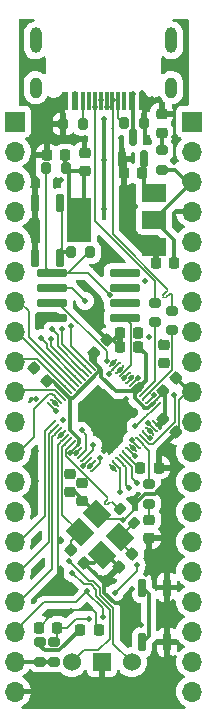
<source format=gtl>
G04 #@! TF.GenerationSoftware,KiCad,Pcbnew,7.0.10*
G04 #@! TF.CreationDate,2024-01-20T01:49:08+09:00*
G04 #@! TF.ProjectId,slim,736c696d-2e6b-4696-9361-645f70636258,rev?*
G04 #@! TF.SameCoordinates,Original*
G04 #@! TF.FileFunction,Copper,L1,Top*
G04 #@! TF.FilePolarity,Positive*
%FSLAX46Y46*%
G04 Gerber Fmt 4.6, Leading zero omitted, Abs format (unit mm)*
G04 Created by KiCad (PCBNEW 7.0.10) date 2024-01-20 01:49:08*
%MOMM*%
%LPD*%
G01*
G04 APERTURE LIST*
G04 Aperture macros list*
%AMRoundRect*
0 Rectangle with rounded corners*
0 $1 Rounding radius*
0 $2 $3 $4 $5 $6 $7 $8 $9 X,Y pos of 4 corners*
0 Add a 4 corners polygon primitive as box body*
4,1,4,$2,$3,$4,$5,$6,$7,$8,$9,$2,$3,0*
0 Add four circle primitives for the rounded corners*
1,1,$1+$1,$2,$3*
1,1,$1+$1,$4,$5*
1,1,$1+$1,$6,$7*
1,1,$1+$1,$8,$9*
0 Add four rect primitives between the rounded corners*
20,1,$1+$1,$2,$3,$4,$5,0*
20,1,$1+$1,$4,$5,$6,$7,0*
20,1,$1+$1,$6,$7,$8,$9,0*
20,1,$1+$1,$8,$9,$2,$3,0*%
%AMRotRect*
0 Rectangle, with rotation*
0 The origin of the aperture is its center*
0 $1 length*
0 $2 width*
0 $3 Rotation angle, in degrees counterclockwise*
0 Add horizontal line*
21,1,$1,$2,0,0,$3*%
G04 Aperture macros list end*
G04 #@! TA.AperFunction,SMDPad,CuDef*
%ADD10RoundRect,0.200000X-0.275000X0.200000X-0.275000X-0.200000X0.275000X-0.200000X0.275000X0.200000X0*%
G04 #@! TD*
G04 #@! TA.AperFunction,ComponentPad*
%ADD11O,1.700000X1.700000*%
G04 #@! TD*
G04 #@! TA.AperFunction,ComponentPad*
%ADD12R,1.700000X1.700000*%
G04 #@! TD*
G04 #@! TA.AperFunction,SMDPad,CuDef*
%ADD13RoundRect,0.225000X0.250000X-0.225000X0.250000X0.225000X-0.250000X0.225000X-0.250000X-0.225000X0*%
G04 #@! TD*
G04 #@! TA.AperFunction,SMDPad,CuDef*
%ADD14RoundRect,0.225000X0.225000X0.250000X-0.225000X0.250000X-0.225000X-0.250000X0.225000X-0.250000X0*%
G04 #@! TD*
G04 #@! TA.AperFunction,SMDPad,CuDef*
%ADD15RoundRect,0.225000X-0.250000X0.225000X-0.250000X-0.225000X0.250000X-0.225000X0.250000X0.225000X0*%
G04 #@! TD*
G04 #@! TA.AperFunction,ComponentPad*
%ADD16C,1.524000*%
G04 #@! TD*
G04 #@! TA.AperFunction,ComponentPad*
%ADD17R,1.524000X1.524000*%
G04 #@! TD*
G04 #@! TA.AperFunction,SMDPad,CuDef*
%ADD18RoundRect,0.200000X-0.335876X-0.053033X-0.053033X-0.335876X0.335876X0.053033X0.053033X0.335876X0*%
G04 #@! TD*
G04 #@! TA.AperFunction,SMDPad,CuDef*
%ADD19RoundRect,0.200000X-0.200000X-0.275000X0.200000X-0.275000X0.200000X0.275000X-0.200000X0.275000X0*%
G04 #@! TD*
G04 #@! TA.AperFunction,SMDPad,CuDef*
%ADD20RoundRect,0.225000X-0.335876X-0.017678X-0.017678X-0.335876X0.335876X0.017678X0.017678X0.335876X0*%
G04 #@! TD*
G04 #@! TA.AperFunction,SMDPad,CuDef*
%ADD21R,2.000000X1.500000*%
G04 #@! TD*
G04 #@! TA.AperFunction,SMDPad,CuDef*
%ADD22R,2.000000X3.800000*%
G04 #@! TD*
G04 #@! TA.AperFunction,SMDPad,CuDef*
%ADD23RoundRect,0.162500X0.162500X-0.612500X0.162500X0.612500X-0.162500X0.612500X-0.162500X-0.612500X0*%
G04 #@! TD*
G04 #@! TA.AperFunction,ComponentPad*
%ADD24RotRect,3.200000X3.200000X315.000000*%
G04 #@! TD*
G04 #@! TA.AperFunction,SMDPad,CuDef*
%ADD25RoundRect,0.100000X0.000000X0.000000X0.000000X0.000000X0.000000X0.000000X0.000000X0.000000X0*%
G04 #@! TD*
G04 #@! TA.AperFunction,SMDPad,CuDef*
%ADD26RoundRect,0.100000X-0.282843X-0.282843X-0.282843X-0.282843X0.282843X0.282843X0.282843X0.282843X0*%
G04 #@! TD*
G04 #@! TA.AperFunction,SMDPad,CuDef*
%ADD27RoundRect,0.100000X0.000000X0.000000X0.000000X0.000000X0.000000X0.000000X0.000000X0.000000X0*%
G04 #@! TD*
G04 #@! TA.AperFunction,SMDPad,CuDef*
%ADD28RoundRect,0.100000X-0.282843X0.282843X-0.282843X0.282843X0.282843X-0.282843X0.282843X-0.282843X0*%
G04 #@! TD*
G04 #@! TA.AperFunction,SMDPad,CuDef*
%ADD29RoundRect,0.100000X0.000000X0.000000X0.000000X0.000000X0.000000X0.000000X0.000000X0.000000X0*%
G04 #@! TD*
G04 #@! TA.AperFunction,SMDPad,CuDef*
%ADD30RoundRect,0.100000X0.282843X0.282843X0.282843X0.282843X-0.282843X-0.282843X-0.282843X-0.282843X0*%
G04 #@! TD*
G04 #@! TA.AperFunction,SMDPad,CuDef*
%ADD31RoundRect,0.100000X0.000000X0.000000X0.000000X0.000000X0.000000X0.000000X0.000000X0.000000X0*%
G04 #@! TD*
G04 #@! TA.AperFunction,SMDPad,CuDef*
%ADD32RoundRect,0.100000X0.282843X-0.282843X0.282843X-0.282843X-0.282843X0.282843X-0.282843X0.282843X0*%
G04 #@! TD*
G04 #@! TA.AperFunction,SMDPad,CuDef*
%ADD33RoundRect,0.218750X-0.256250X0.218750X-0.256250X-0.218750X0.256250X-0.218750X0.256250X0.218750X0*%
G04 #@! TD*
G04 #@! TA.AperFunction,SMDPad,CuDef*
%ADD34RoundRect,0.200000X0.275000X-0.200000X0.275000X0.200000X-0.275000X0.200000X-0.275000X-0.200000X0*%
G04 #@! TD*
G04 #@! TA.AperFunction,SMDPad,CuDef*
%ADD35RoundRect,0.225000X0.335876X0.017678X0.017678X0.335876X-0.335876X-0.017678X-0.017678X-0.335876X0*%
G04 #@! TD*
G04 #@! TA.AperFunction,SMDPad,CuDef*
%ADD36RoundRect,0.200000X0.200000X0.275000X-0.200000X0.275000X-0.200000X-0.275000X0.200000X-0.275000X0*%
G04 #@! TD*
G04 #@! TA.AperFunction,SMDPad,CuDef*
%ADD37R,0.575000X1.650000*%
G04 #@! TD*
G04 #@! TA.AperFunction,SMDPad,CuDef*
%ADD38R,0.300000X1.650000*%
G04 #@! TD*
G04 #@! TA.AperFunction,ComponentPad*
%ADD39O,1.000000X2.200000*%
G04 #@! TD*
G04 #@! TA.AperFunction,ComponentPad*
%ADD40O,1.000000X1.800000*%
G04 #@! TD*
G04 #@! TA.AperFunction,SMDPad,CuDef*
%ADD41RoundRect,0.162500X-0.162500X0.612500X-0.162500X-0.612500X0.162500X-0.612500X0.162500X0.612500X0*%
G04 #@! TD*
G04 #@! TA.AperFunction,SMDPad,CuDef*
%ADD42RoundRect,0.225000X-0.017678X0.335876X-0.335876X0.017678X0.017678X-0.335876X0.335876X-0.017678X0*%
G04 #@! TD*
G04 #@! TA.AperFunction,SMDPad,CuDef*
%ADD43RoundRect,0.225000X0.017678X-0.335876X0.335876X-0.017678X-0.017678X0.335876X-0.335876X0.017678X0*%
G04 #@! TD*
G04 #@! TA.AperFunction,SMDPad,CuDef*
%ADD44RoundRect,0.150000X0.150000X-0.587500X0.150000X0.587500X-0.150000X0.587500X-0.150000X-0.587500X0*%
G04 #@! TD*
G04 #@! TA.AperFunction,SMDPad,CuDef*
%ADD45RoundRect,0.225000X-0.225000X-0.250000X0.225000X-0.250000X0.225000X0.250000X-0.225000X0.250000X0*%
G04 #@! TD*
G04 #@! TA.AperFunction,SMDPad,CuDef*
%ADD46RotRect,1.900000X1.650000X315.000000*%
G04 #@! TD*
G04 #@! TA.AperFunction,SMDPad,CuDef*
%ADD47RoundRect,0.218750X0.256250X-0.218750X0.256250X0.218750X-0.256250X0.218750X-0.256250X-0.218750X0*%
G04 #@! TD*
G04 #@! TA.AperFunction,SMDPad,CuDef*
%ADD48RoundRect,0.150000X-1.150000X-0.150000X1.150000X-0.150000X1.150000X0.150000X-1.150000X0.150000X0*%
G04 #@! TD*
G04 #@! TA.AperFunction,ViaPad*
%ADD49C,0.500000*%
G04 #@! TD*
G04 #@! TA.AperFunction,ViaPad*
%ADD50C,0.600000*%
G04 #@! TD*
G04 #@! TA.AperFunction,Conductor*
%ADD51C,0.150000*%
G04 #@! TD*
G04 #@! TA.AperFunction,Conductor*
%ADD52C,0.300000*%
G04 #@! TD*
G04 #@! TA.AperFunction,Conductor*
%ADD53C,0.200000*%
G04 #@! TD*
G04 APERTURE END LIST*
D10*
X73288000Y-114485600D03*
X73288000Y-112835600D03*
X83335000Y-86435000D03*
X83335000Y-84785000D03*
D11*
X85010000Y-117020000D03*
X85010000Y-114480000D03*
X85010000Y-111940000D03*
X85010000Y-109400000D03*
X85010000Y-106860000D03*
X85010000Y-104320000D03*
X85010000Y-101780000D03*
X85010000Y-99240000D03*
X85010000Y-96700000D03*
X85010000Y-94160000D03*
X85010000Y-91620000D03*
X85010000Y-89080000D03*
X85010000Y-86540000D03*
X85010000Y-84000000D03*
X85010000Y-81460000D03*
X85010000Y-78920000D03*
X85010000Y-76380000D03*
X85010000Y-73840000D03*
X85010000Y-71300000D03*
D12*
X85010000Y-68760000D03*
D13*
X75900000Y-71440000D03*
X75900000Y-72990000D03*
D14*
X79235000Y-73140000D03*
X80785000Y-73140000D03*
X81920000Y-80780000D03*
X83470000Y-80780000D03*
D15*
X75710000Y-100930000D03*
X75710000Y-99380000D03*
D16*
X79910000Y-114530000D03*
D17*
X77370000Y-114530000D03*
D16*
X74830000Y-114530000D03*
D10*
X82430000Y-72833800D03*
X82430000Y-71183800D03*
D18*
X80060000Y-102770000D03*
X78893274Y-101603274D03*
D19*
X80895600Y-68923000D03*
X79245600Y-68923000D03*
D14*
X72030000Y-111616400D03*
X73580000Y-111616400D03*
D20*
X83636016Y-95056016D03*
X82540000Y-93960000D03*
D15*
X74690000Y-100145000D03*
X74690000Y-98595000D03*
D21*
X81770000Y-74780000D03*
D22*
X75470000Y-77080000D03*
D21*
X81770000Y-77080000D03*
X81770000Y-79380000D03*
D23*
X73820000Y-75690000D03*
X73820000Y-80340000D03*
X71670000Y-75690000D03*
X71670000Y-80340000D03*
D10*
X81370000Y-101110000D03*
X81370000Y-99460000D03*
X81860000Y-85735000D03*
X81860000Y-84085000D03*
D24*
X77538070Y-93649340D03*
D25*
X78033045Y-89477410D03*
D26*
X78315887Y-89194567D03*
D25*
X78598730Y-88911725D03*
X78315887Y-89760253D03*
D26*
X78598730Y-89477410D03*
D25*
X78881573Y-89194567D03*
X78598730Y-90043095D03*
D26*
X78881573Y-89760253D03*
D25*
X79164416Y-89477410D03*
X78881573Y-90325938D03*
D26*
X79164416Y-90043095D03*
D25*
X79447258Y-89760253D03*
X79164416Y-90608781D03*
D26*
X79447258Y-90325938D03*
D25*
X79730101Y-90043095D03*
X79447258Y-90891624D03*
D26*
X79730101Y-90608781D03*
D25*
X80012944Y-90325938D03*
X79730101Y-91174466D03*
D26*
X80012944Y-90891624D03*
D25*
X80295786Y-90608781D03*
X80012944Y-91457309D03*
D26*
X80295786Y-91174466D03*
D25*
X80578629Y-90891624D03*
X80295786Y-91740152D03*
D26*
X80578629Y-91457309D03*
D25*
X80861472Y-91174466D03*
X80578629Y-92022994D03*
D26*
X80861472Y-91740152D03*
D25*
X81144315Y-91457309D03*
X80861472Y-92305837D03*
D26*
X81144315Y-92022994D03*
D25*
X81427157Y-91740152D03*
X81144315Y-92588680D03*
D26*
X81427157Y-92305837D03*
D25*
X81710000Y-92022994D03*
X81427157Y-92871523D03*
D26*
X81710000Y-92588680D03*
D25*
X81992843Y-92305837D03*
X81710000Y-93154365D03*
D26*
X81992843Y-92871523D03*
D25*
X82275685Y-92588680D03*
D27*
X82275685Y-94710000D03*
D28*
X81992843Y-94427157D03*
D27*
X81710000Y-94144315D03*
X81992843Y-94992843D03*
D28*
X81710000Y-94710000D03*
D27*
X81427157Y-94427157D03*
X81710000Y-95275686D03*
D28*
X81427157Y-94992843D03*
D27*
X81144315Y-94710000D03*
X81427157Y-95558528D03*
D28*
X81144315Y-95275686D03*
D27*
X80861472Y-94992843D03*
X81144315Y-95841371D03*
D28*
X80861472Y-95558528D03*
D27*
X80578629Y-95275686D03*
X80861472Y-96124214D03*
D28*
X80578629Y-95841371D03*
D27*
X80295786Y-95558528D03*
X80578629Y-96407056D03*
D28*
X80295786Y-96124214D03*
D27*
X80012944Y-95841371D03*
X80295786Y-96689899D03*
D28*
X80012944Y-96407056D03*
D27*
X79730101Y-96124214D03*
X80012944Y-96972742D03*
D28*
X79730101Y-96689899D03*
D27*
X79447258Y-96407056D03*
X79730101Y-97255585D03*
D28*
X79447258Y-96972742D03*
D27*
X79164416Y-96689899D03*
X79447258Y-97538427D03*
D28*
X79164416Y-97255585D03*
D27*
X78881573Y-96972742D03*
X79164416Y-97821270D03*
D28*
X78881573Y-97538427D03*
D27*
X78598730Y-97255585D03*
X78881573Y-98104113D03*
D28*
X78598730Y-97821270D03*
D27*
X78315887Y-97538427D03*
X78598730Y-98386955D03*
D28*
X78315887Y-98104113D03*
D27*
X78033045Y-97821270D03*
D29*
X76477410Y-98386955D03*
D30*
X76760253Y-98104113D03*
D29*
X77043095Y-97821270D03*
X76194567Y-98104113D03*
D30*
X76477410Y-97821270D03*
D29*
X76760253Y-97538427D03*
X75911724Y-97821270D03*
D30*
X76194567Y-97538427D03*
D29*
X76477410Y-97255585D03*
X75628882Y-97538427D03*
D30*
X75911724Y-97255585D03*
D29*
X76194567Y-96972742D03*
X75346039Y-97255585D03*
D30*
X75628882Y-96972742D03*
D29*
X75911724Y-96689899D03*
X75063196Y-96972742D03*
D30*
X75346039Y-96689899D03*
D29*
X75628882Y-96407056D03*
X74780354Y-96689899D03*
D30*
X75063196Y-96407056D03*
D29*
X75346039Y-96124214D03*
X74497511Y-96407056D03*
D30*
X74780354Y-96124214D03*
D29*
X75063196Y-95841371D03*
X74214668Y-96124214D03*
D30*
X74497511Y-95841371D03*
D29*
X74780354Y-95558528D03*
X73931825Y-95841371D03*
D30*
X74214668Y-95558528D03*
D29*
X74497511Y-95275686D03*
X73648983Y-95558528D03*
D30*
X73931825Y-95275686D03*
D29*
X74214668Y-94992843D03*
X73366140Y-95275686D03*
D30*
X73648983Y-94992843D03*
D29*
X73931825Y-94710000D03*
X73083297Y-94992843D03*
D30*
X73366140Y-94710000D03*
D29*
X73648983Y-94427157D03*
X72800455Y-94710000D03*
D30*
X73083297Y-94427157D03*
D29*
X73366140Y-94144315D03*
D31*
X73366140Y-93154365D03*
D32*
X73083297Y-92871523D03*
D31*
X72800455Y-92588680D03*
X73648983Y-92871523D03*
D32*
X73366140Y-92588680D03*
D31*
X73083297Y-92305837D03*
X73931825Y-92588680D03*
D32*
X73648983Y-92305837D03*
D31*
X73366140Y-92022994D03*
X74214668Y-92305837D03*
D32*
X73931825Y-92022994D03*
D31*
X73648983Y-91740152D03*
X74497511Y-92022994D03*
D32*
X74214668Y-91740152D03*
D31*
X73931825Y-91457309D03*
X74780354Y-91740152D03*
D32*
X74497511Y-91457309D03*
D31*
X74214668Y-91174466D03*
X75063196Y-91457309D03*
D32*
X74780354Y-91174466D03*
D31*
X74497511Y-90891624D03*
X75346039Y-91174466D03*
D32*
X75063196Y-90891624D03*
D31*
X74780354Y-90608781D03*
X75628882Y-90891624D03*
D32*
X75346039Y-90608781D03*
D31*
X75063196Y-90325938D03*
X75911724Y-90608781D03*
D32*
X75628882Y-90325938D03*
D31*
X75346039Y-90043095D03*
X76194567Y-90325938D03*
D32*
X75911724Y-90043095D03*
D31*
X75628882Y-89760253D03*
X76477410Y-90043095D03*
D32*
X76194567Y-89760253D03*
D31*
X75911724Y-89477410D03*
X76760253Y-89760253D03*
D32*
X76477410Y-89477410D03*
D31*
X76194567Y-89194567D03*
X77043095Y-89477410D03*
D32*
X76760253Y-89194567D03*
D31*
X76477410Y-88911725D03*
D33*
X82430000Y-69697500D03*
X82430000Y-68122500D03*
D34*
X72170400Y-112835600D03*
X72170400Y-114485600D03*
D35*
X71653984Y-89623984D03*
X72750000Y-90720000D03*
D19*
X76375000Y-79820000D03*
X74725000Y-79820000D03*
D13*
X82585000Y-87685000D03*
X82585000Y-89235000D03*
D36*
X74102600Y-68973800D03*
X75752600Y-68973800D03*
D37*
X74285000Y-67002500D03*
X75060000Y-67002500D03*
D38*
X75760000Y-67002500D03*
X76260000Y-67002500D03*
X76760000Y-67002500D03*
X77260000Y-67002500D03*
X77760000Y-67002500D03*
X78260000Y-67002500D03*
X78760000Y-67002500D03*
X79260000Y-67002500D03*
D37*
X79960000Y-67002500D03*
X80735000Y-67002500D03*
D39*
X71760000Y-61892500D03*
D40*
X71760000Y-65892500D03*
D39*
X83260000Y-61892500D03*
D40*
X83260000Y-65892500D03*
D41*
X80745000Y-112865000D03*
X80745000Y-108215000D03*
X82895000Y-112865000D03*
X82895000Y-108215000D03*
D42*
X78797253Y-106443270D03*
X79893269Y-105347254D03*
D14*
X72720000Y-71630000D03*
X74270000Y-71630000D03*
D11*
X70010000Y-117020000D03*
X70010000Y-114480000D03*
X70010000Y-111940000D03*
X70010000Y-109400000D03*
X70010000Y-106860000D03*
X70010000Y-104320000D03*
X70010000Y-101780000D03*
X70010000Y-99240000D03*
X70010000Y-96700000D03*
X70010000Y-94160000D03*
X70010000Y-91620000D03*
X70010000Y-89080000D03*
X70010000Y-86540000D03*
X70010000Y-84000000D03*
X70010000Y-81460000D03*
X70010000Y-78920000D03*
X70010000Y-76380000D03*
X70010000Y-73840000D03*
X70010000Y-71300000D03*
D12*
X70010000Y-68760000D03*
D43*
X83646016Y-90513984D03*
X82550000Y-91610000D03*
D44*
X80007600Y-70092500D03*
X80957600Y-71967500D03*
X79057600Y-71967500D03*
D45*
X82185000Y-98070000D03*
X80635000Y-98070000D03*
D46*
X76995546Y-102025266D03*
X78904734Y-103934454D03*
X77384454Y-105454734D03*
X75475266Y-103545546D03*
D19*
X74320000Y-72730000D03*
X72670000Y-72730000D03*
D14*
X78885000Y-86690000D03*
X80435000Y-86690000D03*
D43*
X77778008Y-87271992D03*
X76681992Y-88368008D03*
D20*
X75870114Y-106119980D03*
X74774098Y-105023964D03*
D14*
X78885000Y-87810000D03*
X80435000Y-87810000D03*
D47*
X81370000Y-102462500D03*
X81370000Y-104037500D03*
D45*
X77085000Y-111810000D03*
X75535000Y-111810000D03*
D48*
X79310000Y-81581118D03*
X79310000Y-82851118D03*
X79310000Y-84121118D03*
X79310000Y-85391118D03*
X73110000Y-85391118D03*
X73110000Y-84121118D03*
X73110000Y-82851118D03*
X73110000Y-81581118D03*
D49*
X77960000Y-90110000D03*
X78315887Y-89194567D03*
X78400000Y-106840000D03*
X77540000Y-96650000D03*
X81350000Y-87010000D03*
X83510000Y-70050000D03*
X77760000Y-89020000D03*
X78070000Y-83481118D03*
X75690000Y-82410000D03*
X71740000Y-102010000D03*
X73930000Y-73710000D03*
X81290000Y-104410000D03*
X75945000Y-83945000D03*
X78880000Y-89760000D03*
X71770000Y-96620000D03*
X79260000Y-76000000D03*
X75760000Y-100960000D03*
X80820400Y-68923000D03*
X75890000Y-115780000D03*
X74750000Y-110200000D03*
X80210000Y-93280000D03*
X71720000Y-68760000D03*
X78790000Y-115750000D03*
X76060000Y-106160000D03*
X79440000Y-92240000D03*
X82180000Y-98070000D03*
X83200000Y-117080000D03*
X83210000Y-103640000D03*
X71770000Y-104310000D03*
X71830000Y-71560000D03*
X78890000Y-109560000D03*
X79000000Y-70190000D03*
X82720000Y-111050000D03*
X82370000Y-87400000D03*
X83200000Y-114190000D03*
X82430000Y-68122500D03*
X84330000Y-67040000D03*
X74114800Y-68973800D03*
X79190000Y-102460000D03*
X81070000Y-107070000D03*
X75890000Y-71435000D03*
X73690000Y-115670000D03*
X79940000Y-108350000D03*
X77390000Y-84820000D03*
X74080000Y-94040000D03*
X79060000Y-77910000D03*
X77550000Y-80550000D03*
X80750000Y-66320000D03*
X77520000Y-68570000D03*
X71750000Y-99180000D03*
X71670000Y-89630000D03*
X73100000Y-110550000D03*
X77550000Y-107710000D03*
X75600000Y-92720000D03*
X79420000Y-112690000D03*
X77530000Y-72050000D03*
X74260000Y-66930000D03*
X83640000Y-90530000D03*
X75980000Y-70180000D03*
X83800000Y-100420000D03*
X71820000Y-74040000D03*
X71600000Y-109320000D03*
X80690000Y-111350000D03*
X84220000Y-63970000D03*
X71750000Y-92250000D03*
X82750000Y-99390000D03*
X71800000Y-115860000D03*
X81140000Y-70140000D03*
X83420000Y-109450000D03*
X77610000Y-87300000D03*
X81990000Y-112920000D03*
X77670000Y-105990000D03*
X70690000Y-67060000D03*
X71830000Y-106830000D03*
X73110000Y-85391118D03*
X74760000Y-108370000D03*
X81610000Y-66860000D03*
X79057600Y-71967500D03*
X77100000Y-111810000D03*
X81510000Y-115210000D03*
X77180000Y-97240000D03*
X78920000Y-100090000D03*
X80335000Y-99335000D03*
X80010000Y-96410000D03*
X77460000Y-110740000D03*
X83500000Y-91910000D03*
X76380000Y-97910000D03*
X79270000Y-90500000D03*
X74700000Y-98530000D03*
X79350000Y-85390000D03*
X75380000Y-84740000D03*
X73080000Y-87150000D03*
X82600000Y-89240000D03*
X75068400Y-66408400D03*
X81310000Y-94310000D03*
X78280400Y-66967200D03*
X77276400Y-66967200D03*
X81800000Y-91930000D03*
X75790000Y-97940000D03*
X77772400Y-67551400D03*
X81920000Y-80780000D03*
X73260000Y-107770000D03*
X82460000Y-79390000D03*
X75310000Y-77060000D03*
X79968400Y-66408400D03*
X73490000Y-93280000D03*
X80745000Y-112865000D03*
X80440000Y-90460000D03*
X80440000Y-86700000D03*
X75680000Y-94920000D03*
X73370000Y-92590000D03*
X79650000Y-99760000D03*
X80130000Y-97090000D03*
X76145000Y-108515000D03*
X79890000Y-95710000D03*
X75520624Y-111790624D03*
X83480000Y-72170000D03*
X81420000Y-95560000D03*
X80160000Y-101220000D03*
X75710000Y-99370000D03*
X76600000Y-96120000D03*
X76760000Y-88400000D03*
X81420000Y-94990000D03*
X70830000Y-64020000D03*
X73170000Y-86350000D03*
X81770000Y-77080000D03*
X83210000Y-106630000D03*
X74010000Y-86340000D03*
X81000000Y-82260000D03*
X72220000Y-87100000D03*
X74880000Y-107010000D03*
X77560000Y-76181000D03*
X74660000Y-96810000D03*
X74590000Y-105960000D03*
X73931825Y-95275686D03*
X78310000Y-98100000D03*
X79310000Y-81580000D03*
X79310000Y-82850000D03*
X75180000Y-96860000D03*
X72710000Y-67760000D03*
X79310000Y-84120000D03*
X74755000Y-86040000D03*
X79850000Y-90490000D03*
D50*
X80957600Y-71967500D03*
D49*
X80209756Y-94570000D03*
X76768400Y-67551400D03*
X80320000Y-106320000D03*
X76240000Y-110840000D03*
X78460000Y-108690000D03*
D51*
X78070000Y-83481118D02*
X76170000Y-81581118D01*
X76170000Y-81581118D02*
X73110000Y-81581118D01*
X74493882Y-81581118D02*
X73110000Y-81581118D01*
X72670000Y-81141118D02*
X73110000Y-81581118D01*
D52*
X83646016Y-90513984D02*
X84560000Y-91427968D01*
X77550000Y-107710000D02*
X77550000Y-107690523D01*
X78885000Y-86690000D02*
X78885000Y-86733984D01*
X80160000Y-101132352D02*
X81002352Y-100290000D01*
X78885000Y-86733984D02*
X78346992Y-87271992D01*
D51*
X72670000Y-72730000D02*
X72670000Y-81141118D01*
D53*
X73665188Y-96108008D02*
X73917510Y-95855686D01*
D51*
X73674486Y-84121118D02*
X73110000Y-84121118D01*
D52*
X76719208Y-106119980D02*
X77384454Y-105454734D01*
D51*
X80160000Y-101590000D02*
X79310000Y-102440000D01*
D52*
X78400523Y-106840000D02*
X78797253Y-106443270D01*
X82185000Y-98070000D02*
X82185000Y-96507032D01*
X77778008Y-87271992D02*
X78346992Y-87271992D01*
X81002352Y-100290000D02*
X81850000Y-100290000D01*
X78400000Y-106840000D02*
X78400523Y-106840000D01*
D51*
X75945000Y-83945000D02*
X74851118Y-82851118D01*
X77760000Y-89020000D02*
X77760000Y-88206632D01*
D52*
X77460134Y-107710000D02*
X75870114Y-106119980D01*
X77550000Y-107710000D02*
X77460134Y-107710000D01*
D51*
X79170000Y-102440000D02*
X77410280Y-102440000D01*
D52*
X75870114Y-106119980D02*
X76019980Y-106119980D01*
D51*
X76905000Y-111615000D02*
X76905000Y-110385000D01*
D53*
X73260000Y-107770000D02*
X73665188Y-107364812D01*
D51*
X76905000Y-110385000D02*
X76630000Y-110110000D01*
D52*
X76060000Y-106160000D02*
X76100020Y-106119980D01*
X77384454Y-105454734D02*
X77808717Y-105454734D01*
X84560000Y-91427968D02*
X84560000Y-91620000D01*
X80160000Y-101220000D02*
X80160000Y-101132352D01*
X81850000Y-100290000D02*
X82750000Y-99390000D01*
D51*
X77760000Y-88206632D02*
X73674486Y-84121118D01*
X80160000Y-101220000D02*
X80160000Y-101590000D01*
D53*
X83636016Y-95056016D02*
X83855000Y-94837032D01*
D51*
X77100000Y-111810000D02*
X76905000Y-111615000D01*
D52*
X77808717Y-105454734D02*
X78797253Y-106443270D01*
D51*
X79190000Y-102460000D02*
X79170000Y-102440000D01*
D52*
X82185000Y-96507032D02*
X83636016Y-95056016D01*
D53*
X72033600Y-111616400D02*
X73100000Y-110550000D01*
D51*
X74840000Y-110110000D02*
X74750000Y-110200000D01*
X71820000Y-74040000D02*
X71820000Y-74900000D01*
D52*
X77550000Y-108670955D02*
X78439045Y-109560000D01*
D51*
X76255000Y-79820000D02*
X74493882Y-81581118D01*
X74851118Y-82851118D02*
X73110000Y-82851118D01*
D52*
X78439045Y-109560000D02*
X78890000Y-109560000D01*
X78346992Y-87271992D02*
X78885000Y-87810000D01*
X75115280Y-100145000D02*
X75760000Y-100789720D01*
X77550000Y-107690523D02*
X78400000Y-106840523D01*
D53*
X72030000Y-111616400D02*
X72033600Y-111616400D01*
D52*
X75930280Y-100960000D02*
X76995546Y-102025266D01*
D51*
X77960000Y-90110000D02*
X78320433Y-89749567D01*
D53*
X83855000Y-94837032D02*
X83855000Y-92375000D01*
D52*
X76100020Y-106119980D02*
X76719208Y-106119980D01*
D51*
X77410280Y-102440000D02*
X76995546Y-102025266D01*
D52*
X78400000Y-106840523D02*
X78400000Y-106840000D01*
X74560000Y-76350000D02*
X75300000Y-77090000D01*
D53*
X74750000Y-110200000D02*
X74400000Y-110550000D01*
X73665188Y-107364812D02*
X73665188Y-96108008D01*
X74400000Y-110550000D02*
X73100000Y-110550000D01*
D51*
X79447258Y-96972742D02*
X80544516Y-98070000D01*
D52*
X75760000Y-100960000D02*
X75930280Y-100960000D01*
X74560000Y-72970000D02*
X74560000Y-76350000D01*
D53*
X80105634Y-91550000D02*
X80295786Y-91740152D01*
D52*
X82677645Y-91737645D02*
X82677645Y-93822355D01*
X77043095Y-89477410D02*
X76477410Y-88911725D01*
X76477410Y-88911725D02*
X76477410Y-88682590D01*
X82677645Y-93822355D02*
X82540000Y-93960000D01*
D51*
X79820000Y-85901118D02*
X79820000Y-89387511D01*
D52*
X77550000Y-107710000D02*
X77550000Y-108670955D01*
D51*
X79310000Y-102440000D02*
X79210000Y-102440000D01*
D52*
X76019980Y-106119980D02*
X76060000Y-106160000D01*
D51*
X79310000Y-85391118D02*
X79820000Y-85901118D01*
D52*
X75760000Y-100789720D02*
X75760000Y-100960000D01*
X80295786Y-91740152D02*
X80176670Y-91859266D01*
D51*
X80114486Y-84126118D02*
X79550000Y-84126118D01*
D52*
X80012944Y-91457309D02*
X80176670Y-91621035D01*
X74944081Y-92142111D02*
X74616627Y-92142111D01*
D51*
X71820000Y-74900000D02*
X71545000Y-75175000D01*
D52*
X81770000Y-77080000D02*
X83470000Y-78780000D01*
X77330000Y-90370955D02*
X78535471Y-91576426D01*
X74690000Y-100145000D02*
X75115280Y-100145000D01*
X81070000Y-90720955D02*
X80616489Y-91174466D01*
X75465156Y-96005100D02*
X75346039Y-96124214D01*
X75890000Y-72985000D02*
X75890000Y-76500000D01*
X80295786Y-91174466D02*
X80578629Y-91457309D01*
X76477410Y-88911725D02*
X76477410Y-88572590D01*
X78885000Y-86690000D02*
X78885000Y-87810000D01*
D53*
X83855000Y-92375000D02*
X84610000Y-91620000D01*
D52*
X77043095Y-89477410D02*
X77330000Y-89764315D01*
D51*
X79210000Y-102440000D02*
X79190000Y-102460000D01*
X76630000Y-110110000D02*
X74840000Y-110110000D01*
X79820000Y-89387511D02*
X79435000Y-89772511D01*
D52*
X81760000Y-77090000D02*
X81600000Y-77090000D01*
X81770000Y-77080000D02*
X81750000Y-77060000D01*
D53*
X78570000Y-91550000D02*
X80105634Y-91550000D01*
X74497511Y-92022994D02*
X74660000Y-92185483D01*
D52*
X77330000Y-89764315D02*
X77330000Y-90370955D01*
X74320000Y-72730000D02*
X74560000Y-72970000D01*
X82275685Y-94710000D02*
X82275685Y-94224315D01*
X80435000Y-87810000D02*
X81070000Y-88445000D01*
X76760000Y-88400000D02*
X76713984Y-88400000D01*
X80176670Y-91621035D02*
X80176670Y-92135128D01*
X83553800Y-72833800D02*
X84560000Y-73840000D01*
X81427157Y-92871523D02*
X81738680Y-92560000D01*
X75890000Y-76500000D02*
X75300000Y-77090000D01*
X76477410Y-88682590D02*
X76760000Y-88400000D01*
D53*
X82550000Y-91610000D02*
X82550000Y-91748680D01*
X80195786Y-91840152D02*
X80195786Y-92135128D01*
D52*
X81427157Y-92871523D02*
X81308043Y-92990639D01*
D53*
X74660000Y-92185483D02*
X74660000Y-94800000D01*
D52*
X82072843Y-94427157D02*
X82540000Y-93960000D01*
X80176670Y-92186722D02*
X80980587Y-92990639D01*
D53*
X77043095Y-89477410D02*
X77143095Y-89577410D01*
X74497511Y-92022994D02*
X74724517Y-92250000D01*
D52*
X81992843Y-94427157D02*
X82072843Y-94427157D01*
X74270000Y-71630000D02*
X74270000Y-72680000D01*
X74575000Y-72985000D02*
X74320000Y-72730000D01*
X72575600Y-113535600D02*
X72170400Y-113130400D01*
X78535471Y-91576426D02*
X79893826Y-91576426D01*
X81308043Y-92990639D02*
X80980587Y-92990639D01*
X72170400Y-113130400D02*
X72170400Y-112835600D01*
X74710000Y-94885156D02*
X75465156Y-95640312D01*
X80295786Y-91740152D02*
X80132060Y-91576426D01*
X74497511Y-92022994D02*
X74710000Y-92235483D01*
X80616489Y-91174466D02*
X80295786Y-91174466D01*
X80980587Y-92990639D02*
X80965942Y-92975993D01*
X75520624Y-111790624D02*
X73775648Y-113535600D01*
X77162212Y-89596524D02*
X77162212Y-89923980D01*
D53*
X80195786Y-92135128D02*
X81001297Y-92940639D01*
D52*
X81770000Y-77080000D02*
X84560000Y-74290000D01*
X75465156Y-95640312D02*
X75465156Y-96005100D01*
D53*
X74214668Y-91740152D02*
X73192524Y-90718008D01*
D52*
X76760000Y-88400000D02*
X76760000Y-89194312D01*
X77162212Y-89923980D02*
X74944081Y-92142111D01*
X80176670Y-91859266D02*
X80176670Y-92186722D01*
D53*
X80295786Y-91740152D02*
X80195786Y-91840152D01*
D52*
X82550000Y-91610000D02*
X82677645Y-91737645D01*
X74616627Y-92142111D02*
X73194516Y-90720000D01*
X76760000Y-89194312D02*
X77162212Y-89596524D01*
D51*
X80544516Y-98070000D02*
X80635000Y-98070000D01*
D52*
X76713984Y-88400000D02*
X76681992Y-88368008D01*
X83470000Y-78780000D02*
X83470000Y-80780000D01*
D53*
X74660000Y-94800000D02*
X75415156Y-95555156D01*
D52*
X81750000Y-77060000D02*
X81630000Y-77060000D01*
D53*
X81358041Y-92940639D02*
X81427157Y-92871523D01*
D52*
X81070000Y-88445000D02*
X81070000Y-90720955D01*
X74270000Y-72680000D02*
X74320000Y-72730000D01*
X81770000Y-77080000D02*
X81760000Y-77090000D01*
X74710000Y-92235483D02*
X74710000Y-94885156D01*
D53*
X81001297Y-92940639D02*
X81358041Y-92940639D01*
X82550000Y-91748680D02*
X81710000Y-92588680D01*
X73192524Y-90718008D02*
X72758008Y-90718008D01*
D52*
X73775648Y-113535600D02*
X72575600Y-113535600D01*
X76477410Y-88572590D02*
X76681992Y-88368008D01*
X82430000Y-72833800D02*
X83553800Y-72833800D01*
X84560000Y-74290000D02*
X84560000Y-73840000D01*
X79893826Y-91576426D02*
X80295786Y-91174466D01*
X73194516Y-90720000D02*
X72750000Y-90720000D01*
X80295786Y-91740152D02*
X80295786Y-91174466D01*
X75890000Y-72985000D02*
X74575000Y-72985000D01*
X80132060Y-91576426D02*
X78535471Y-91576426D01*
X82275685Y-94224315D02*
X82540000Y-93960000D01*
D51*
X77820734Y-100782866D02*
G75*
G03*
X77820734Y-100570734I-106034J106066D01*
G01*
X82910734Y-83112866D02*
G75*
G03*
X82910734Y-82900734I-106034J106066D01*
G01*
X83334967Y-83325033D02*
G75*
G03*
X83122867Y-83324999I-106067J-106067D01*
G01*
X78244967Y-100995033D02*
G75*
G03*
X78032867Y-100994999I-106067J-106067D01*
G01*
X77643948Y-100959634D02*
G75*
G03*
X77643958Y-101171776I106052J-106066D01*
G01*
X77643959Y-101171775D02*
G75*
G03*
X77856089Y-101171775I106065J106065D01*
G01*
X82579032Y-83444634D02*
G75*
G03*
X82579000Y-83656734I106068J-106066D01*
G01*
X82579001Y-83656733D02*
G75*
G03*
X82791131Y-83656733I106065J106065D01*
G01*
X72680000Y-87560000D02*
X72680000Y-87942742D01*
D52*
X81320000Y-112290000D02*
X81320000Y-108790000D01*
X73695000Y-79825000D02*
X74600000Y-79825000D01*
D51*
X74750000Y-86045000D02*
X74750000Y-87750000D01*
X74010000Y-87575686D02*
X76194567Y-89760253D01*
X77460000Y-110740000D02*
X77460000Y-109959813D01*
X73640000Y-86820000D02*
X73640000Y-87771371D01*
X77460000Y-109959813D02*
X76145000Y-108644813D01*
X72680000Y-87942742D02*
X75346039Y-90608781D01*
X72220000Y-87100000D02*
X72680000Y-87560000D01*
X72470000Y-109480000D02*
X70385000Y-111565000D01*
X73170000Y-86350000D02*
X73640000Y-86820000D01*
D52*
X80745000Y-112865000D02*
X81320000Y-112290000D01*
D51*
X76145000Y-108515000D02*
X75180000Y-109480000D01*
X75180000Y-109480000D02*
X72470000Y-109480000D01*
X74750000Y-87750000D02*
X76477410Y-89477410D01*
X74020000Y-75500000D02*
X74019999Y-79500001D01*
X73695000Y-75175000D02*
X74020000Y-75500000D01*
X73640000Y-87771371D02*
X75628882Y-89760253D01*
X76145000Y-108644813D02*
X76145000Y-108515000D01*
D52*
X80957600Y-71967500D02*
X80957600Y-74147600D01*
D51*
X74755000Y-86040000D02*
X74750000Y-86045000D01*
X74019999Y-79500001D02*
X73695000Y-79825000D01*
D52*
X80957600Y-74147600D02*
X81600000Y-74790000D01*
X81320000Y-108790000D02*
X80745000Y-108215000D01*
D51*
X74010000Y-86340000D02*
X74010000Y-87575686D01*
D52*
X79956800Y-66992600D02*
X79968400Y-66983900D01*
D51*
X70385000Y-111565000D02*
X70385000Y-111940000D01*
D52*
X79968400Y-66983900D02*
X79968400Y-70587900D01*
X74600000Y-79825000D02*
X74605000Y-79820000D01*
D51*
X73080000Y-87150000D02*
X73080000Y-87777056D01*
X73080000Y-87777056D02*
X75628882Y-90325938D01*
X70625000Y-88840000D02*
X70385000Y-89080000D01*
X72864328Y-91815672D02*
X71590000Y-93090000D01*
X77643957Y-100959643D02*
X77643957Y-100959642D01*
X74780354Y-91170354D02*
X70385000Y-86775000D01*
X73158817Y-106626183D02*
X70385000Y-109400000D01*
X73083297Y-94427157D02*
X72558817Y-94951637D01*
X70489328Y-91515672D02*
X70385000Y-91620000D01*
X71170000Y-86998428D02*
X71170000Y-84785000D01*
X74774098Y-105023964D02*
X74774098Y-104246714D01*
X77820735Y-100570735D02*
X74290188Y-97040188D01*
X74290188Y-97040188D02*
X74290188Y-96614380D01*
X78032866Y-100994999D02*
X77856090Y-101171776D01*
X72558817Y-102146183D02*
X70385000Y-104320000D01*
X72858817Y-104386183D02*
X70385000Y-106860000D01*
X73320000Y-95320000D02*
X73158817Y-95481183D01*
X71497682Y-88831708D02*
X71489390Y-88840000D01*
X70385000Y-86775000D02*
X70385000Y-86540000D01*
X73158817Y-95481183D02*
X73158817Y-106626183D01*
X71590000Y-95495000D02*
X70385000Y-96700000D01*
X73931825Y-92022994D02*
X73424503Y-91515672D01*
X75475266Y-103545546D02*
X73990188Y-102060468D01*
X74774098Y-104246714D02*
X75475266Y-103545546D01*
X77820734Y-100570734D02*
X77820735Y-100570735D01*
X78893274Y-101603274D02*
X78853274Y-101603274D01*
X77643957Y-100959642D02*
X77820734Y-100782866D01*
X72858817Y-95217323D02*
X72858817Y-104386183D01*
X78853274Y-101603274D02*
X78245000Y-100995000D01*
X73990188Y-96348694D02*
X74497511Y-95841371D01*
X71170000Y-84785000D02*
X70385000Y-84000000D01*
X78032867Y-100994999D02*
X78032866Y-100994999D01*
X74497511Y-91457309D02*
X71871910Y-88831708D01*
X71590000Y-93090000D02*
X71590000Y-95495000D01*
X73424503Y-91515672D02*
X70489328Y-91515672D01*
X73165672Y-91822526D02*
X73366140Y-92022994D01*
X73990188Y-102060468D02*
X73990188Y-96348694D01*
X75063196Y-90891624D02*
X71170000Y-86998428D01*
X73366140Y-94710000D02*
X72858817Y-95217323D01*
X71489390Y-88840000D02*
X70625000Y-88840000D01*
X74780354Y-91174466D02*
X74780354Y-91170354D01*
X74290188Y-96614380D02*
X74780354Y-96124214D01*
X73165672Y-91815672D02*
X73165672Y-91822526D01*
X71871910Y-88831708D02*
X71497682Y-88831708D01*
X73165672Y-91815672D02*
X72864328Y-91815672D01*
X72558817Y-94951637D02*
X72558817Y-102146183D01*
X74880000Y-107010000D02*
X74880000Y-107020000D01*
X74880000Y-107020000D02*
X75820000Y-107960000D01*
X77043095Y-97821270D02*
X77180000Y-97684365D01*
X76600000Y-96567309D02*
X76600000Y-96120000D01*
X78925689Y-100084311D02*
X78925689Y-98148229D01*
D53*
X78920000Y-100090000D02*
X78950689Y-100059311D01*
D51*
X75817000Y-113543000D02*
X74830000Y-114530000D01*
X79650000Y-99760000D02*
X79390000Y-99500000D01*
X76314889Y-107660000D02*
X76580000Y-107660000D01*
X76430000Y-107960000D02*
X76875000Y-108405000D01*
X76194567Y-96972742D02*
X76600000Y-96567309D01*
X74614889Y-105960000D02*
X76314889Y-107660000D01*
X75820000Y-107960000D02*
X76430000Y-107960000D01*
X78920000Y-100090000D02*
X78925689Y-100084311D01*
X77180000Y-97684365D02*
X77180000Y-97240000D01*
X79390000Y-98046854D02*
X79164416Y-97821270D01*
X79390000Y-99500000D02*
X79390000Y-98046854D01*
X76045000Y-95285000D02*
X76045000Y-96556623D01*
X77175000Y-108826285D02*
X78340000Y-109991285D01*
X78925689Y-98148229D02*
X78881573Y-98104113D01*
X78340000Y-109991285D02*
X78340000Y-112960000D01*
X76045000Y-96556623D02*
X75911724Y-96689899D01*
X74590000Y-105960000D02*
X74614889Y-105960000D01*
X77067000Y-113543000D02*
X75817000Y-113543000D01*
X76875000Y-108950549D02*
X78040000Y-110115549D01*
X76580000Y-107660000D02*
X77175000Y-108255000D01*
X76600000Y-96120000D02*
X76600000Y-96090000D01*
X76875000Y-108405000D02*
X76875000Y-108950549D01*
X78040000Y-110115549D02*
X78040000Y-112570000D01*
X78040000Y-112570000D02*
X77067000Y-113543000D01*
X78340000Y-112960000D02*
X79910000Y-114530000D01*
X75680000Y-94920000D02*
X76045000Y-95285000D01*
X77175000Y-108255000D02*
X77175000Y-108826285D01*
X78268400Y-69317400D02*
X78255000Y-69304000D01*
X83122867Y-83324999D02*
X83122866Y-83324999D01*
X82578999Y-83444600D02*
X82910734Y-83112866D01*
X83500000Y-91910000D02*
X83530000Y-91940000D01*
X83530000Y-94180000D02*
X81661306Y-96048694D01*
X81370000Y-96632742D02*
X81370000Y-99460000D01*
X81351638Y-96048694D02*
X80861472Y-95558528D01*
X83530000Y-91940000D02*
X83530000Y-94180000D01*
X79960000Y-98960000D02*
X79960000Y-98051169D01*
X80335000Y-99335000D02*
X79960000Y-98960000D01*
X81661306Y-96048694D02*
X81351638Y-96048694D01*
X81370000Y-101110000D02*
X81370000Y-102462500D01*
X78268400Y-69290600D02*
X78268400Y-66983900D01*
X83335000Y-84785000D02*
X83335000Y-83325000D01*
X83122866Y-83324999D02*
X82791132Y-83656734D01*
X78268400Y-78258400D02*
X78268400Y-69317400D01*
X80578629Y-95841371D02*
X81370000Y-96632742D01*
X79960000Y-98051169D02*
X79447258Y-97538427D01*
X78255000Y-69304000D02*
X78268400Y-69290600D01*
X82578999Y-83444601D02*
X82578999Y-83444600D01*
X75768400Y-66983900D02*
X75768400Y-68958000D01*
X78904734Y-103925266D02*
X78904734Y-103934454D01*
X73580000Y-112543600D02*
X73288000Y-112835600D01*
X76768400Y-77182664D02*
X76768400Y-67551400D01*
X78768400Y-66983900D02*
X78768400Y-68445800D01*
X81860000Y-82274264D02*
X76768400Y-77182664D01*
X83335000Y-89832309D02*
X81144315Y-92022994D01*
D53*
X81710000Y-93160000D02*
X81710000Y-93154365D01*
D52*
X70465600Y-114485600D02*
X70460000Y-114480000D01*
D51*
X82910734Y-82900734D02*
X82910735Y-82900735D01*
X73580000Y-111616400D02*
X73580000Y-112543600D01*
D53*
X80320000Y-106830000D02*
X80320000Y-106320000D01*
X81069756Y-93730000D02*
X81140000Y-93730000D01*
D51*
X81860000Y-84085000D02*
X81860000Y-82274264D01*
X81860000Y-90741624D02*
X81860000Y-85735000D01*
X82910735Y-82900735D02*
X78268400Y-78258400D01*
X78768400Y-68445800D02*
X79245600Y-68923000D01*
D53*
X75150000Y-110840000D02*
X76240000Y-110840000D01*
D52*
X72170400Y-114485600D02*
X70465600Y-114485600D01*
D53*
X80229756Y-94570000D02*
X81069756Y-93730000D01*
D52*
X73288000Y-114485600D02*
X72170400Y-114485600D01*
D51*
X80861472Y-91740152D02*
X81860000Y-90741624D01*
X79893269Y-105347254D02*
X78904734Y-104358719D01*
D53*
X74373600Y-111616400D02*
X75150000Y-110840000D01*
D51*
X80060000Y-102770000D02*
X78904734Y-103925266D01*
D52*
X82430000Y-69697500D02*
X82430000Y-71183800D01*
D51*
X83335000Y-86435000D02*
X83335000Y-89832309D01*
D53*
X81140000Y-93730000D02*
X81710000Y-93160000D01*
D51*
X75768400Y-68958000D02*
X75752600Y-68973800D01*
X78904734Y-104358719D02*
X78904734Y-103934454D01*
D53*
X78460000Y-108690000D02*
X80320000Y-106830000D01*
X73580000Y-111616400D02*
X74373600Y-111616400D01*
X80209756Y-94570000D02*
X80229756Y-94570000D01*
G04 #@! TA.AperFunction,Conductor*
G36*
X83772050Y-94854343D02*
G01*
X83816397Y-94882844D01*
X83901887Y-94968334D01*
X83935372Y-95029657D01*
X83930388Y-95099349D01*
X83901887Y-95143696D01*
X83123362Y-95922220D01*
X83139851Y-95938707D01*
X83139862Y-95938717D01*
X83217229Y-96001742D01*
X83217237Y-96001747D01*
X83368681Y-96077805D01*
X83533600Y-96116892D01*
X83606502Y-96116892D01*
X83673541Y-96136577D01*
X83719296Y-96189381D01*
X83729240Y-96258539D01*
X83726277Y-96272985D01*
X83674938Y-96464586D01*
X83674936Y-96464596D01*
X83654341Y-96699999D01*
X83654341Y-96700000D01*
X83674936Y-96935403D01*
X83674938Y-96935413D01*
X83736094Y-97163655D01*
X83736096Y-97163659D01*
X83736097Y-97163663D01*
X83775156Y-97247424D01*
X83835965Y-97377830D01*
X83835967Y-97377834D01*
X83971501Y-97571395D01*
X83971506Y-97571402D01*
X84138597Y-97738493D01*
X84138603Y-97738498D01*
X84324158Y-97868425D01*
X84367783Y-97923002D01*
X84374977Y-97992500D01*
X84343454Y-98054855D01*
X84324158Y-98071575D01*
X84138597Y-98201505D01*
X83971505Y-98368597D01*
X83835965Y-98562169D01*
X83835964Y-98562171D01*
X83736098Y-98776335D01*
X83736094Y-98776344D01*
X83674938Y-99004586D01*
X83674936Y-99004596D01*
X83654341Y-99239999D01*
X83654341Y-99240000D01*
X83674936Y-99475403D01*
X83674938Y-99475413D01*
X83736094Y-99703655D01*
X83736096Y-99703659D01*
X83736097Y-99703663D01*
X83819372Y-99882247D01*
X83835965Y-99917830D01*
X83835967Y-99917834D01*
X83934144Y-100058044D01*
X83960150Y-100095185D01*
X83971501Y-100111395D01*
X83971506Y-100111402D01*
X84138597Y-100278493D01*
X84138603Y-100278498D01*
X84324158Y-100408425D01*
X84367783Y-100463002D01*
X84374977Y-100532500D01*
X84343454Y-100594855D01*
X84324158Y-100611575D01*
X84138597Y-100741505D01*
X83971505Y-100908597D01*
X83835965Y-101102169D01*
X83835964Y-101102171D01*
X83736098Y-101316335D01*
X83736094Y-101316344D01*
X83674938Y-101544586D01*
X83674936Y-101544596D01*
X83654341Y-101779999D01*
X83654341Y-101780000D01*
X83674936Y-102015403D01*
X83674938Y-102015413D01*
X83736094Y-102243655D01*
X83736096Y-102243659D01*
X83736097Y-102243663D01*
X83815635Y-102414232D01*
X83835965Y-102457830D01*
X83835967Y-102457834D01*
X83971501Y-102651395D01*
X83971506Y-102651402D01*
X84138597Y-102818493D01*
X84138603Y-102818498D01*
X84324158Y-102948425D01*
X84367783Y-103003002D01*
X84374977Y-103072500D01*
X84343454Y-103134855D01*
X84324158Y-103151575D01*
X84138597Y-103281505D01*
X83971505Y-103448597D01*
X83835965Y-103642169D01*
X83835964Y-103642171D01*
X83736098Y-103856335D01*
X83736094Y-103856344D01*
X83674938Y-104084586D01*
X83674936Y-104084596D01*
X83654341Y-104319999D01*
X83654341Y-104320000D01*
X83674936Y-104555403D01*
X83674938Y-104555413D01*
X83736094Y-104783655D01*
X83736096Y-104783659D01*
X83736097Y-104783663D01*
X83821870Y-104967603D01*
X83835965Y-104997830D01*
X83835967Y-104997834D01*
X83971501Y-105191395D01*
X83971506Y-105191402D01*
X84138597Y-105358493D01*
X84138603Y-105358498D01*
X84324158Y-105488425D01*
X84367783Y-105543002D01*
X84374977Y-105612500D01*
X84343454Y-105674855D01*
X84324158Y-105691575D01*
X84138597Y-105821505D01*
X83971505Y-105988597D01*
X83835965Y-106182169D01*
X83835964Y-106182171D01*
X83742401Y-106382816D01*
X83740077Y-106387803D01*
X83736098Y-106396335D01*
X83736094Y-106396344D01*
X83674938Y-106624586D01*
X83674936Y-106624596D01*
X83654341Y-106859999D01*
X83654341Y-106860002D01*
X83663470Y-106964350D01*
X83649703Y-107032850D01*
X83601088Y-107083033D01*
X83533059Y-107098966D01*
X83476746Y-107078973D01*
X83475496Y-107081042D01*
X83331396Y-106993929D01*
X83177794Y-106946066D01*
X83145000Y-106943085D01*
X83145000Y-107965000D01*
X83720000Y-107965000D01*
X83720000Y-107765492D01*
X83739685Y-107698453D01*
X83792489Y-107652698D01*
X83861647Y-107642754D01*
X83925203Y-107671779D01*
X83945575Y-107694369D01*
X83971501Y-107731396D01*
X83971506Y-107731402D01*
X84138597Y-107898493D01*
X84138603Y-107898498D01*
X84324158Y-108028425D01*
X84367783Y-108083002D01*
X84374977Y-108152500D01*
X84343454Y-108214855D01*
X84324158Y-108231575D01*
X84138597Y-108361505D01*
X83971508Y-108528594D01*
X83945575Y-108565631D01*
X83890998Y-108609256D01*
X83821499Y-108616448D01*
X83759145Y-108584926D01*
X83723731Y-108524696D01*
X83720000Y-108494507D01*
X83720000Y-108465000D01*
X83145000Y-108465000D01*
X83145000Y-109486914D01*
X83177792Y-109483935D01*
X83177802Y-109483932D01*
X83331393Y-109436072D01*
X83331394Y-109436071D01*
X83470784Y-109351806D01*
X83538339Y-109333969D01*
X83604812Y-109355486D01*
X83649101Y-109409526D01*
X83658463Y-109447114D01*
X83674936Y-109635403D01*
X83674938Y-109635413D01*
X83736094Y-109863655D01*
X83736096Y-109863659D01*
X83736097Y-109863663D01*
X83815665Y-110034297D01*
X83835965Y-110077830D01*
X83835967Y-110077834D01*
X83971501Y-110271395D01*
X83971506Y-110271402D01*
X84138597Y-110438493D01*
X84138603Y-110438498D01*
X84324158Y-110568425D01*
X84367783Y-110623002D01*
X84374977Y-110692500D01*
X84343454Y-110754855D01*
X84324158Y-110771575D01*
X84138597Y-110901505D01*
X83971505Y-111068597D01*
X83835965Y-111262169D01*
X83835964Y-111262171D01*
X83736098Y-111476335D01*
X83736094Y-111476344D01*
X83682252Y-111677291D01*
X83645887Y-111736952D01*
X83583040Y-111767481D01*
X83513665Y-111759186D01*
X83474796Y-111732879D01*
X83469080Y-111727163D01*
X83331396Y-111643929D01*
X83177794Y-111596066D01*
X83145000Y-111593085D01*
X83145000Y-112615000D01*
X83769433Y-112615000D01*
X83836472Y-112634685D01*
X83871008Y-112667877D01*
X83908904Y-112721998D01*
X83963642Y-112800172D01*
X83971501Y-112811395D01*
X83971506Y-112811402D01*
X84138597Y-112978493D01*
X84138603Y-112978498D01*
X84324158Y-113108425D01*
X84367783Y-113163002D01*
X84374977Y-113232500D01*
X84343454Y-113294855D01*
X84324158Y-113311575D01*
X84138597Y-113441505D01*
X83971508Y-113608594D01*
X83941623Y-113651275D01*
X83887046Y-113694900D01*
X83817547Y-113702092D01*
X83755193Y-113670570D01*
X83719779Y-113610340D01*
X83716557Y-113568928D01*
X83720000Y-113531041D01*
X83720000Y-113115000D01*
X83145000Y-113115000D01*
X83145000Y-114136914D01*
X83177792Y-114133935D01*
X83177802Y-114133932D01*
X83331392Y-114086072D01*
X83469080Y-114002836D01*
X83469080Y-114002835D01*
X83511541Y-113960375D01*
X83572864Y-113926889D01*
X83642555Y-113931873D01*
X83698489Y-113973744D01*
X83722907Y-114039208D01*
X83718998Y-114080147D01*
X83674939Y-114244583D01*
X83674936Y-114244596D01*
X83654341Y-114479999D01*
X83654341Y-114480000D01*
X83674936Y-114715403D01*
X83674938Y-114715413D01*
X83736094Y-114943655D01*
X83736096Y-114943659D01*
X83736097Y-114943663D01*
X83769213Y-115014680D01*
X83835965Y-115157830D01*
X83835967Y-115157834D01*
X83913819Y-115269017D01*
X83966753Y-115344615D01*
X83971501Y-115351395D01*
X83971506Y-115351402D01*
X84138597Y-115518493D01*
X84138603Y-115518498D01*
X84324158Y-115648425D01*
X84367783Y-115703002D01*
X84374977Y-115772500D01*
X84343454Y-115834855D01*
X84324158Y-115851575D01*
X84138597Y-115981505D01*
X83971505Y-116148597D01*
X83835965Y-116342169D01*
X83835964Y-116342171D01*
X83736098Y-116556335D01*
X83736094Y-116556344D01*
X83674938Y-116784586D01*
X83674936Y-116784596D01*
X83654341Y-117019999D01*
X83654341Y-117020000D01*
X83674936Y-117255403D01*
X83674938Y-117255413D01*
X83736094Y-117483655D01*
X83736096Y-117483659D01*
X83736097Y-117483663D01*
X83803302Y-117627784D01*
X83835965Y-117697830D01*
X83835967Y-117697834D01*
X83867915Y-117743460D01*
X83971505Y-117891401D01*
X84138599Y-118058495D01*
X84235384Y-118126265D01*
X84332165Y-118194032D01*
X84332167Y-118194033D01*
X84332170Y-118194035D01*
X84394539Y-118223118D01*
X84446978Y-118269290D01*
X84466130Y-118336484D01*
X84445914Y-118403365D01*
X84392749Y-118448700D01*
X84342134Y-118459500D01*
X70676682Y-118459500D01*
X70609643Y-118439815D01*
X70563888Y-118387011D01*
X70553944Y-118317853D01*
X70582969Y-118254297D01*
X70624277Y-118223118D01*
X70687578Y-118193600D01*
X70881082Y-118058105D01*
X71048105Y-117891082D01*
X71183600Y-117697578D01*
X71283429Y-117483492D01*
X71283432Y-117483486D01*
X71340636Y-117270000D01*
X70443686Y-117270000D01*
X70469493Y-117229844D01*
X70510000Y-117091889D01*
X70510000Y-116948111D01*
X70469493Y-116810156D01*
X70443686Y-116770000D01*
X71340636Y-116770000D01*
X71340635Y-116769999D01*
X71283432Y-116556513D01*
X71283429Y-116556507D01*
X71183600Y-116342422D01*
X71183599Y-116342420D01*
X71048113Y-116148926D01*
X71048108Y-116148920D01*
X70881078Y-115981890D01*
X70695405Y-115851879D01*
X70651780Y-115797302D01*
X70644588Y-115727804D01*
X70676110Y-115665449D01*
X70695406Y-115648730D01*
X70725677Y-115627534D01*
X70881401Y-115518495D01*
X71048495Y-115351401D01*
X71162226Y-115188975D01*
X71216803Y-115145352D01*
X71263801Y-115136100D01*
X71303881Y-115136100D01*
X71370920Y-115155785D01*
X71391557Y-115172414D01*
X71460215Y-115241072D01*
X71605794Y-115329078D01*
X71768204Y-115379686D01*
X71838784Y-115386100D01*
X71838787Y-115386100D01*
X72502013Y-115386100D01*
X72502016Y-115386100D01*
X72572596Y-115379686D01*
X72692310Y-115342381D01*
X72762170Y-115341231D01*
X72766078Y-115342378D01*
X72885804Y-115379686D01*
X72956384Y-115386100D01*
X72956387Y-115386100D01*
X73619613Y-115386100D01*
X73619616Y-115386100D01*
X73690196Y-115379686D01*
X73774198Y-115353509D01*
X73844055Y-115352358D01*
X73898767Y-115384213D01*
X74015380Y-115500826D01*
X74015383Y-115500828D01*
X74015384Y-115500829D01*
X74196333Y-115627531D01*
X74196335Y-115627532D01*
X74196338Y-115627534D01*
X74396550Y-115720894D01*
X74609932Y-115778070D01*
X74767123Y-115791822D01*
X74829998Y-115797323D01*
X74830000Y-115797323D01*
X74830002Y-115797323D01*
X74885017Y-115792509D01*
X75050068Y-115778070D01*
X75263450Y-115720894D01*
X75463662Y-115627534D01*
X75644620Y-115500826D01*
X75800826Y-115344620D01*
X75882425Y-115228083D01*
X75937002Y-115184459D01*
X76006500Y-115177265D01*
X76068855Y-115208788D01*
X76104269Y-115269017D01*
X76108000Y-115299207D01*
X76108000Y-115339844D01*
X76114401Y-115399372D01*
X76114403Y-115399379D01*
X76164645Y-115534086D01*
X76164649Y-115534093D01*
X76250809Y-115649187D01*
X76250812Y-115649190D01*
X76365906Y-115735350D01*
X76365913Y-115735354D01*
X76500620Y-115785596D01*
X76500627Y-115785598D01*
X76560155Y-115791999D01*
X76560172Y-115792000D01*
X77120000Y-115792000D01*
X77120000Y-114965501D01*
X77227685Y-115014680D01*
X77334237Y-115030000D01*
X77405763Y-115030000D01*
X77512315Y-115014680D01*
X77620000Y-114965501D01*
X77620000Y-115792000D01*
X78179828Y-115792000D01*
X78179844Y-115791999D01*
X78239372Y-115785598D01*
X78239379Y-115785596D01*
X78374086Y-115735354D01*
X78374093Y-115735350D01*
X78489187Y-115649190D01*
X78489190Y-115649187D01*
X78575350Y-115534093D01*
X78575354Y-115534086D01*
X78625596Y-115399379D01*
X78625598Y-115399372D01*
X78631999Y-115339844D01*
X78632000Y-115339827D01*
X78632000Y-115299207D01*
X78651685Y-115232168D01*
X78704489Y-115186413D01*
X78773647Y-115176469D01*
X78837203Y-115205494D01*
X78857573Y-115228082D01*
X78866668Y-115241070D01*
X78939170Y-115344615D01*
X78939175Y-115344621D01*
X79095378Y-115500824D01*
X79095384Y-115500829D01*
X79276333Y-115627531D01*
X79276335Y-115627532D01*
X79276338Y-115627534D01*
X79476550Y-115720894D01*
X79689932Y-115778070D01*
X79847123Y-115791822D01*
X79909998Y-115797323D01*
X79910000Y-115797323D01*
X79910002Y-115797323D01*
X79965017Y-115792509D01*
X80130068Y-115778070D01*
X80343450Y-115720894D01*
X80543662Y-115627534D01*
X80724620Y-115500826D01*
X80880826Y-115344620D01*
X81007534Y-115163662D01*
X81100894Y-114963450D01*
X81158070Y-114750068D01*
X81177323Y-114530000D01*
X81158070Y-114309932D01*
X81133951Y-114219920D01*
X81135612Y-114150072D01*
X81174774Y-114092209D01*
X81189564Y-114081717D01*
X81319388Y-114003236D01*
X81433236Y-113889388D01*
X81516531Y-113751602D01*
X81564430Y-113597887D01*
X81570500Y-113531091D01*
X81570499Y-113115000D01*
X82070000Y-113115000D01*
X82070000Y-113531043D01*
X82076065Y-113597792D01*
X82123929Y-113751396D01*
X82207163Y-113889080D01*
X82320919Y-114002836D01*
X82458607Y-114086072D01*
X82458606Y-114086072D01*
X82612197Y-114133932D01*
X82612207Y-114133935D01*
X82644999Y-114136914D01*
X82645000Y-114136914D01*
X82645000Y-113115000D01*
X82070000Y-113115000D01*
X81570499Y-113115000D01*
X81570499Y-113010805D01*
X81590183Y-112943767D01*
X81606813Y-112923130D01*
X81719511Y-112810432D01*
X81732086Y-112800359D01*
X81731931Y-112800172D01*
X81737933Y-112795205D01*
X81737940Y-112795202D01*
X81785912Y-112744115D01*
X81788561Y-112741382D01*
X81808911Y-112721034D01*
X81811608Y-112717556D01*
X81819196Y-112708672D01*
X81850448Y-112675393D01*
X81860670Y-112656796D01*
X81871352Y-112640535D01*
X81877222Y-112632968D01*
X81883080Y-112625416D01*
X81939721Y-112584512D01*
X82009488Y-112580722D01*
X82068738Y-112613738D01*
X82070000Y-112615000D01*
X82645000Y-112615000D01*
X82645000Y-111593085D01*
X82644999Y-111593085D01*
X82612205Y-111596066D01*
X82458603Y-111643929D01*
X82320919Y-111727163D01*
X82207161Y-111840921D01*
X82200615Y-111851751D01*
X82149086Y-111898937D01*
X82080226Y-111910774D01*
X82015898Y-111883503D01*
X81976526Y-111825783D01*
X81970500Y-111787598D01*
X81970500Y-109292401D01*
X81990185Y-109225362D01*
X82042989Y-109179607D01*
X82112147Y-109169663D01*
X82175703Y-109198688D01*
X82200617Y-109228251D01*
X82207163Y-109239080D01*
X82320919Y-109352836D01*
X82458607Y-109436072D01*
X82458606Y-109436072D01*
X82612197Y-109483932D01*
X82612207Y-109483935D01*
X82644999Y-109486914D01*
X82645000Y-109486914D01*
X82645000Y-108465000D01*
X82069999Y-108465000D01*
X82067210Y-108467789D01*
X82005887Y-108501274D01*
X81936195Y-108496288D01*
X81880262Y-108454416D01*
X81879214Y-108452995D01*
X81872194Y-108443333D01*
X81867733Y-108437194D01*
X81861331Y-108427448D01*
X81838081Y-108388135D01*
X81838079Y-108388133D01*
X81838078Y-108388131D01*
X81823075Y-108373129D01*
X81810435Y-108358330D01*
X81797961Y-108341160D01*
X81762780Y-108312056D01*
X81754140Y-108304194D01*
X81606818Y-108156872D01*
X81573333Y-108095549D01*
X81570499Y-108069191D01*
X81570499Y-107965000D01*
X82070000Y-107965000D01*
X82645000Y-107965000D01*
X82645000Y-106943085D01*
X82644999Y-106943085D01*
X82612205Y-106946066D01*
X82458603Y-106993929D01*
X82320919Y-107077163D01*
X82207163Y-107190919D01*
X82123929Y-107328603D01*
X82076065Y-107482207D01*
X82070000Y-107548956D01*
X82070000Y-107965000D01*
X81570499Y-107965000D01*
X81570499Y-107548901D01*
X81564431Y-107482117D01*
X81564428Y-107482106D01*
X81516532Y-107328401D01*
X81516531Y-107328400D01*
X81516531Y-107328398D01*
X81433236Y-107190612D01*
X81433234Y-107190610D01*
X81433233Y-107190608D01*
X81319391Y-107076766D01*
X81300824Y-107065542D01*
X81181602Y-106993469D01*
X81027887Y-106945570D01*
X81027883Y-106945569D01*
X81027878Y-106945568D01*
X81025485Y-106945092D01*
X81024210Y-106944425D01*
X81021623Y-106943619D01*
X81021769Y-106943148D01*
X80963576Y-106912704D01*
X80929004Y-106851987D01*
X80927371Y-106837976D01*
X80926743Y-106838059D01*
X80924625Y-106821972D01*
X80935390Y-106752937D01*
X80942571Y-106739813D01*
X80977360Y-106684446D01*
X81000456Y-106647690D01*
X81056313Y-106488059D01*
X81074524Y-106326437D01*
X81075249Y-106320002D01*
X81075249Y-106319997D01*
X81056314Y-106151943D01*
X81000454Y-105992305D01*
X81000452Y-105992302D01*
X80910481Y-105849115D01*
X80910476Y-105849109D01*
X80898809Y-105837442D01*
X80865324Y-105776119D01*
X80870308Y-105706427D01*
X80875674Y-105694121D01*
X80915533Y-105614757D01*
X80954645Y-105449731D01*
X80954645Y-105280133D01*
X80917987Y-105125461D01*
X80921680Y-105055690D01*
X80962509Y-104998991D01*
X81027510Y-104973366D01*
X81051250Y-104973507D01*
X81065859Y-104974999D01*
X81119999Y-104974998D01*
X81120000Y-104974998D01*
X81120000Y-104287500D01*
X81620000Y-104287500D01*
X81620000Y-104974999D01*
X81674136Y-104974999D01*
X81674152Y-104974998D01*
X81772583Y-104964943D01*
X81932072Y-104912093D01*
X81932077Y-104912091D01*
X82075080Y-104823885D01*
X82193885Y-104705080D01*
X82282091Y-104562077D01*
X82282093Y-104562072D01*
X82334942Y-104402583D01*
X82344999Y-104304150D01*
X82345000Y-104304137D01*
X82345000Y-104287500D01*
X81620000Y-104287500D01*
X81120000Y-104287500D01*
X81120000Y-103911500D01*
X81139685Y-103844461D01*
X81192489Y-103798706D01*
X81244000Y-103787500D01*
X82344999Y-103787500D01*
X82344999Y-103770864D01*
X82344998Y-103770847D01*
X82334943Y-103672416D01*
X82282093Y-103512927D01*
X82282091Y-103512922D01*
X82193885Y-103369919D01*
X82162000Y-103338034D01*
X82128515Y-103276711D01*
X82133499Y-103207019D01*
X82162000Y-103162672D01*
X82173097Y-103151575D01*
X82194281Y-103130391D01*
X82282549Y-102987287D01*
X82335436Y-102827685D01*
X82345500Y-102729174D01*
X82345500Y-102195826D01*
X82335436Y-102097315D01*
X82282549Y-101937713D01*
X82282545Y-101937707D01*
X82282544Y-101937704D01*
X82222070Y-101839661D01*
X82203629Y-101772269D01*
X82221490Y-101710416D01*
X82288478Y-101599606D01*
X82339086Y-101437196D01*
X82345500Y-101366616D01*
X82345500Y-100853384D01*
X82339086Y-100782804D01*
X82288478Y-100620394D01*
X82200472Y-100474815D01*
X82200470Y-100474813D01*
X82200469Y-100474811D01*
X82098339Y-100372681D01*
X82064854Y-100311358D01*
X82069838Y-100241666D01*
X82098339Y-100197319D01*
X82200468Y-100095189D01*
X82200469Y-100095188D01*
X82200472Y-100095185D01*
X82288478Y-99949606D01*
X82339086Y-99787196D01*
X82345500Y-99716616D01*
X82345500Y-99203384D01*
X82343369Y-99179945D01*
X82356904Y-99111404D01*
X82405349Y-99061056D01*
X82455287Y-99046444D01*
X82455173Y-99045320D01*
X82557607Y-99034855D01*
X82718481Y-98981547D01*
X82718492Y-98981542D01*
X82862728Y-98892575D01*
X82862732Y-98892572D01*
X82982572Y-98772732D01*
X82982575Y-98772728D01*
X83071542Y-98628492D01*
X83071547Y-98628481D01*
X83124855Y-98467606D01*
X83134999Y-98368322D01*
X83135000Y-98368309D01*
X83135000Y-98320000D01*
X82069500Y-98320000D01*
X82002461Y-98300315D01*
X81956706Y-98247511D01*
X81945500Y-98196000D01*
X81945500Y-97095000D01*
X82435000Y-97095000D01*
X82435000Y-97820000D01*
X83134999Y-97820000D01*
X83134999Y-97771692D01*
X83134998Y-97771677D01*
X83124855Y-97672392D01*
X83071547Y-97511518D01*
X83071542Y-97511507D01*
X82982575Y-97367271D01*
X82982572Y-97367267D01*
X82862732Y-97247427D01*
X82862728Y-97247424D01*
X82718492Y-97158457D01*
X82718481Y-97158452D01*
X82557606Y-97105144D01*
X82458322Y-97095000D01*
X82435000Y-97095000D01*
X81945500Y-97095000D01*
X81945500Y-96678588D01*
X81946561Y-96662402D01*
X81946972Y-96659281D01*
X81950466Y-96632742D01*
X81950182Y-96630589D01*
X81950466Y-96628770D01*
X81950466Y-96624614D01*
X81951114Y-96624614D01*
X81960942Y-96561557D01*
X81997632Y-96516023D01*
X82041574Y-96482306D01*
X82041574Y-96482305D01*
X82049667Y-96476096D01*
X82049670Y-96476092D01*
X82071757Y-96459145D01*
X82089976Y-96435400D01*
X82100657Y-96423221D01*
X83641035Y-94882844D01*
X83702358Y-94849359D01*
X83772050Y-94854343D01*
G37*
G04 #@! TD.AperFunction*
G04 #@! TA.AperFunction,Conductor*
G36*
X79838834Y-108262913D02*
G01*
X79894767Y-108304785D01*
X79919184Y-108370249D01*
X79919500Y-108379095D01*
X79919500Y-108881098D01*
X79925568Y-108947882D01*
X79925571Y-108947893D01*
X79973467Y-109101598D01*
X79973468Y-109101600D01*
X79973469Y-109101602D01*
X80054559Y-109235741D01*
X80056766Y-109239391D01*
X80170608Y-109353233D01*
X80170610Y-109353234D01*
X80170612Y-109353236D01*
X80308398Y-109436531D01*
X80462113Y-109484430D01*
X80528909Y-109490500D01*
X80545497Y-109490499D01*
X80612534Y-109510180D01*
X80658292Y-109562982D01*
X80669500Y-109614499D01*
X80669500Y-111465500D01*
X80649815Y-111532539D01*
X80597011Y-111578294D01*
X80545506Y-111589500D01*
X80528901Y-111589500D01*
X80462117Y-111595568D01*
X80462106Y-111595571D01*
X80308401Y-111643467D01*
X80170608Y-111726766D01*
X80056766Y-111840608D01*
X79973469Y-111978397D01*
X79925569Y-112132116D01*
X79919500Y-112198911D01*
X79919500Y-113148220D01*
X79899815Y-113215259D01*
X79847011Y-113261014D01*
X79806308Y-113271748D01*
X79689932Y-113281930D01*
X79689929Y-113281930D01*
X79590210Y-113308650D01*
X79520360Y-113306987D01*
X79470436Y-113276556D01*
X78951819Y-112757939D01*
X78918334Y-112696616D01*
X78915500Y-112670258D01*
X78915500Y-110037131D01*
X78916561Y-110020945D01*
X78920466Y-109991285D01*
X78910240Y-109913612D01*
X78900687Y-109841050D01*
X78842699Y-109701052D01*
X78773612Y-109611017D01*
X78773611Y-109611016D01*
X78771141Y-109607797D01*
X78771141Y-109607798D01*
X78750451Y-109580834D01*
X78750450Y-109580833D01*
X78750446Y-109580828D01*
X78744701Y-109575083D01*
X78746954Y-109572829D01*
X78714592Y-109528476D01*
X78710462Y-109458728D01*
X78744696Y-109397820D01*
X78782005Y-109374699D01*
X78781417Y-109373477D01*
X78787685Y-109370457D01*
X78787690Y-109370456D01*
X78787694Y-109370453D01*
X78787697Y-109370452D01*
X78930884Y-109280481D01*
X78930885Y-109280480D01*
X78930890Y-109280477D01*
X79050477Y-109160890D01*
X79050481Y-109160884D01*
X79140452Y-109017697D01*
X79140455Y-109017691D01*
X79140456Y-109017690D01*
X79196313Y-108858059D01*
X79198456Y-108839037D01*
X79225519Y-108774625D01*
X79233985Y-108765248D01*
X79707821Y-108291412D01*
X79769142Y-108257929D01*
X79838834Y-108262913D01*
G37*
G04 #@! TD.AperFunction*
G04 #@! TA.AperFunction,Conductor*
G36*
X74918417Y-110075185D02*
G01*
X74964172Y-110127989D01*
X74974116Y-110197147D01*
X74945091Y-110260703D01*
X74898830Y-110294061D01*
X74847159Y-110315463D01*
X74721718Y-110411716D01*
X74702489Y-110436775D01*
X74691798Y-110448965D01*
X74382598Y-110758165D01*
X74321275Y-110791650D01*
X74251583Y-110786666D01*
X74229820Y-110776023D01*
X74113699Y-110704398D01*
X74113694Y-110704396D01*
X73952709Y-110651051D01*
X73853346Y-110640900D01*
X73306662Y-110640900D01*
X73306644Y-110640901D01*
X73207292Y-110651050D01*
X73207289Y-110651051D01*
X73046305Y-110704396D01*
X73046294Y-110704401D01*
X72901959Y-110793429D01*
X72901953Y-110793433D01*
X72892324Y-110803063D01*
X72831000Y-110836546D01*
X72761308Y-110831559D01*
X72716965Y-110803060D01*
X72707732Y-110793827D01*
X72707728Y-110793824D01*
X72563492Y-110704857D01*
X72563481Y-110704852D01*
X72402604Y-110651543D01*
X72398827Y-110651157D01*
X72396651Y-110650268D01*
X72395988Y-110650127D01*
X72396013Y-110650008D01*
X72334138Y-110624755D01*
X72293991Y-110567571D01*
X72291134Y-110497760D01*
X72323756Y-110440122D01*
X72672061Y-110091819D01*
X72733384Y-110058334D01*
X72759742Y-110055500D01*
X74851378Y-110055500D01*
X74918417Y-110075185D01*
G37*
G04 #@! TD.AperFunction*
G04 #@! TA.AperFunction,Conductor*
G36*
X76123427Y-109452966D02*
G01*
X76167774Y-109481467D01*
X76611417Y-109925110D01*
X76644902Y-109986433D01*
X76639918Y-110056125D01*
X76598046Y-110112058D01*
X76532582Y-110136475D01*
X76482782Y-110129833D01*
X76408057Y-110103686D01*
X76240003Y-110084751D01*
X76239997Y-110084751D01*
X76071943Y-110103685D01*
X75912307Y-110159545D01*
X75826436Y-110213501D01*
X75816390Y-110219815D01*
X75815309Y-110220494D01*
X75749337Y-110239500D01*
X75473649Y-110239500D01*
X75406610Y-110219815D01*
X75360855Y-110167011D01*
X75350911Y-110097853D01*
X75379936Y-110034297D01*
X75426196Y-110000939D01*
X75461216Y-109986433D01*
X75470233Y-109982698D01*
X75492888Y-109965314D01*
X75568360Y-109907403D01*
X75568364Y-109907398D01*
X75590451Y-109890451D01*
X75608670Y-109866706D01*
X75619351Y-109854527D01*
X75992412Y-109481467D01*
X76053735Y-109447982D01*
X76123427Y-109452966D01*
G37*
G04 #@! TD.AperFunction*
G04 #@! TA.AperFunction,Conductor*
G36*
X73939520Y-106345518D02*
G01*
X73963310Y-106373258D01*
X73990739Y-106416911D01*
X73999523Y-106430890D01*
X74119110Y-106550477D01*
X74139132Y-106563058D01*
X74185423Y-106615393D01*
X74196071Y-106684446D01*
X74190202Y-106709006D01*
X74143686Y-106841942D01*
X74124751Y-107009997D01*
X74124751Y-107010002D01*
X74143685Y-107178056D01*
X74199545Y-107337694D01*
X74199547Y-107337697D01*
X74289518Y-107480884D01*
X74289523Y-107480890D01*
X74409109Y-107600476D01*
X74409115Y-107600481D01*
X74552302Y-107690452D01*
X74552305Y-107690454D01*
X74552309Y-107690455D01*
X74552310Y-107690456D01*
X74669325Y-107731401D01*
X74711944Y-107746314D01*
X74759536Y-107751676D01*
X74823951Y-107778742D01*
X74833335Y-107787215D01*
X75358438Y-108312318D01*
X75391923Y-108373641D01*
X75386939Y-108443333D01*
X75358438Y-108487680D01*
X74977939Y-108868181D01*
X74916616Y-108901666D01*
X74890258Y-108904500D01*
X72515840Y-108904500D01*
X72499655Y-108903439D01*
X72470001Y-108899535D01*
X72470000Y-108899535D01*
X72460560Y-108900777D01*
X72436316Y-108903969D01*
X72436315Y-108903968D01*
X72436305Y-108903970D01*
X72319764Y-108919313D01*
X72319763Y-108919313D01*
X72179766Y-108977301D01*
X72091386Y-109045118D01*
X72091366Y-109045132D01*
X72091367Y-109045133D01*
X72059548Y-109069550D01*
X72041332Y-109093288D01*
X72030641Y-109105477D01*
X71571042Y-109565076D01*
X71509719Y-109598561D01*
X71440027Y-109593577D01*
X71384094Y-109551705D01*
X71359677Y-109486241D01*
X71359833Y-109466587D01*
X71365659Y-109400000D01*
X71361764Y-109355486D01*
X71357280Y-109304238D01*
X71371046Y-109235741D01*
X71393124Y-109205754D01*
X73533344Y-107065534D01*
X73545523Y-107054853D01*
X73569268Y-107036634D01*
X73592426Y-107006453D01*
X73592429Y-107006451D01*
X73661516Y-106916415D01*
X73719504Y-106776418D01*
X73739283Y-106626183D01*
X73738999Y-106624028D01*
X73735378Y-106596520D01*
X73734317Y-106580335D01*
X73734317Y-106439231D01*
X73754002Y-106372192D01*
X73806806Y-106326437D01*
X73875964Y-106316493D01*
X73939520Y-106345518D01*
G37*
G04 #@! TD.AperFunction*
G04 #@! TA.AperFunction,Conductor*
G36*
X78840587Y-106148897D02*
G01*
X78884934Y-106177398D01*
X79063124Y-106355588D01*
X79096609Y-106416911D01*
X79091625Y-106486603D01*
X79063124Y-106530950D01*
X78302278Y-107291796D01*
X78302278Y-107291797D01*
X78336439Y-107325958D01*
X78336455Y-107325972D01*
X78413822Y-107388996D01*
X78413829Y-107389001D01*
X78565272Y-107465059D01*
X78567694Y-107465633D01*
X78569188Y-107466485D01*
X78572062Y-107467531D01*
X78571883Y-107468021D01*
X78628390Y-107500242D01*
X78660739Y-107562172D01*
X78654472Y-107631760D01*
X78626789Y-107673974D01*
X78384759Y-107916004D01*
X78323436Y-107949489D01*
X78310966Y-107951543D01*
X78302673Y-107952477D01*
X78291941Y-107953687D01*
X78291940Y-107953687D01*
X78132307Y-108009544D01*
X78132302Y-108009547D01*
X77989115Y-108099518D01*
X77989108Y-108099524D01*
X77939600Y-108149032D01*
X77878277Y-108182516D01*
X77808585Y-108177531D01*
X77752652Y-108135660D01*
X77737359Y-108108802D01*
X77735687Y-108104766D01*
X77735687Y-108104764D01*
X77696247Y-108009547D01*
X77677699Y-107964768D01*
X77646818Y-107924523D01*
X77606155Y-107871529D01*
X77606138Y-107871508D01*
X77585449Y-107844547D01*
X77561717Y-107826337D01*
X77549522Y-107815642D01*
X77076391Y-107342511D01*
X77042906Y-107281188D01*
X77047890Y-107211496D01*
X77089762Y-107155563D01*
X77155226Y-107131146D01*
X77215584Y-107142036D01*
X77330524Y-107194528D01*
X77330528Y-107194529D01*
X77472842Y-107214989D01*
X77615155Y-107194529D01*
X77615160Y-107194528D01*
X77745937Y-107134804D01*
X77745943Y-107134800D01*
X77778012Y-107108956D01*
X77778022Y-107108947D01*
X78709572Y-106177398D01*
X78770895Y-106143913D01*
X78840587Y-106148897D01*
G37*
G04 #@! TD.AperFunction*
G04 #@! TA.AperFunction,Conductor*
G36*
X72502651Y-105658742D02*
G01*
X72558584Y-105700614D01*
X72583001Y-105766078D01*
X72583317Y-105774924D01*
X72583317Y-106336440D01*
X72563632Y-106403479D01*
X72546998Y-106424121D01*
X71463516Y-107507603D01*
X71402193Y-107541088D01*
X71332501Y-107536104D01*
X71276568Y-107494232D01*
X71252151Y-107428768D01*
X71263453Y-107367517D01*
X71283903Y-107323663D01*
X71345063Y-107095408D01*
X71365659Y-106860000D01*
X71357280Y-106764238D01*
X71371046Y-106695741D01*
X71393124Y-106665754D01*
X72371637Y-105687242D01*
X72432959Y-105653758D01*
X72502651Y-105658742D01*
G37*
G04 #@! TD.AperFunction*
G04 #@! TA.AperFunction,Conductor*
G36*
X76738075Y-106698034D02*
G01*
X76782422Y-106726535D01*
X77015671Y-106959784D01*
X77049156Y-107021107D01*
X77044172Y-107090799D01*
X77002300Y-107146732D01*
X76936836Y-107171149D01*
X76878545Y-107158468D01*
X76877741Y-107160412D01*
X76815908Y-107134800D01*
X76761036Y-107112071D01*
X76730236Y-107099313D01*
X76700537Y-107095403D01*
X76613713Y-107083972D01*
X76613685Y-107083969D01*
X76597662Y-107081860D01*
X76585228Y-107080223D01*
X76521332Y-107051955D01*
X76513734Y-107044965D01*
X76488863Y-107020094D01*
X76455378Y-106958771D01*
X76460362Y-106889079D01*
X76488863Y-106844732D01*
X76607060Y-106726535D01*
X76668383Y-106693050D01*
X76738075Y-106698034D01*
G37*
G04 #@! TD.AperFunction*
G04 #@! TA.AperFunction,Conductor*
G36*
X72202651Y-103418742D02*
G01*
X72258584Y-103460614D01*
X72283001Y-103526078D01*
X72283317Y-103534924D01*
X72283317Y-104096440D01*
X72263632Y-104163479D01*
X72246998Y-104184121D01*
X71463516Y-104967603D01*
X71402193Y-105001088D01*
X71332501Y-104996104D01*
X71276568Y-104954232D01*
X71252151Y-104888768D01*
X71263453Y-104827517D01*
X71265147Y-104823885D01*
X71283903Y-104783663D01*
X71345063Y-104555408D01*
X71365659Y-104320000D01*
X71357280Y-104224238D01*
X71371046Y-104155741D01*
X71393124Y-104125754D01*
X72071637Y-103447242D01*
X72132959Y-103413758D01*
X72202651Y-103418742D01*
G37*
G04 #@! TD.AperFunction*
G04 #@! TA.AperFunction,Conductor*
G36*
X73939520Y-103884786D02*
G01*
X73945998Y-103890818D01*
X74162987Y-104107807D01*
X74196472Y-104169130D01*
X74198097Y-104208013D01*
X74198620Y-104208061D01*
X74198619Y-104208072D01*
X74198241Y-104211461D01*
X74198249Y-104211643D01*
X74198072Y-104212990D01*
X74198071Y-104212989D01*
X74198066Y-104213037D01*
X74197078Y-104220539D01*
X74168809Y-104284434D01*
X74161822Y-104292029D01*
X73945999Y-104507855D01*
X73884676Y-104541340D01*
X73814984Y-104536356D01*
X73759050Y-104494485D01*
X73734633Y-104429021D01*
X73734317Y-104420174D01*
X73734317Y-103978499D01*
X73754002Y-103911460D01*
X73806806Y-103865705D01*
X73875964Y-103855761D01*
X73939520Y-103884786D01*
G37*
G04 #@! TD.AperFunction*
G04 #@! TA.AperFunction,Conductor*
G36*
X71902651Y-96098742D02*
G01*
X71958584Y-96140614D01*
X71983001Y-96206078D01*
X71983317Y-96214924D01*
X71983317Y-101856440D01*
X71963632Y-101923479D01*
X71946998Y-101944121D01*
X71463516Y-102427603D01*
X71402193Y-102461088D01*
X71332501Y-102456104D01*
X71276568Y-102414232D01*
X71252151Y-102348768D01*
X71263453Y-102287517D01*
X71283903Y-102243663D01*
X71345063Y-102015408D01*
X71365659Y-101780000D01*
X71345063Y-101544592D01*
X71283903Y-101316337D01*
X71184035Y-101102171D01*
X71178969Y-101094935D01*
X71048494Y-100908597D01*
X70881402Y-100741506D01*
X70881396Y-100741501D01*
X70695842Y-100611575D01*
X70652217Y-100556998D01*
X70645023Y-100487500D01*
X70676546Y-100425145D01*
X70695842Y-100408425D01*
X70718026Y-100392891D01*
X70881401Y-100278495D01*
X71048495Y-100111401D01*
X71184035Y-99917830D01*
X71283903Y-99703663D01*
X71345063Y-99475408D01*
X71365659Y-99240000D01*
X71345063Y-99004592D01*
X71285007Y-98780456D01*
X71283905Y-98776344D01*
X71283904Y-98776343D01*
X71283903Y-98776337D01*
X71184035Y-98562171D01*
X71117821Y-98467606D01*
X71048494Y-98368597D01*
X70881402Y-98201506D01*
X70881396Y-98201501D01*
X70695842Y-98071575D01*
X70652217Y-98016998D01*
X70645023Y-97947500D01*
X70676546Y-97885145D01*
X70695842Y-97868425D01*
X70765000Y-97820000D01*
X70881401Y-97738495D01*
X71048495Y-97571401D01*
X71184035Y-97377830D01*
X71283903Y-97163663D01*
X71345063Y-96935408D01*
X71365659Y-96700000D01*
X71357280Y-96604238D01*
X71371046Y-96535741D01*
X71393124Y-96505754D01*
X71771636Y-96127243D01*
X71832959Y-96093758D01*
X71902651Y-96098742D01*
G37*
G04 #@! TD.AperFunction*
G04 #@! TA.AperFunction,Conductor*
G36*
X80523863Y-100088779D02*
G01*
X80556605Y-100112263D01*
X80641661Y-100197319D01*
X80675146Y-100258642D01*
X80670162Y-100328334D01*
X80641661Y-100372681D01*
X80539531Y-100474810D01*
X80539530Y-100474811D01*
X80451522Y-100620393D01*
X80400913Y-100782807D01*
X80395782Y-100839275D01*
X80394500Y-100853384D01*
X80394500Y-101366616D01*
X80400914Y-101437196D01*
X80409636Y-101465185D01*
X80452434Y-101602534D01*
X80453584Y-101672394D01*
X80416783Y-101731786D01*
X80353714Y-101761854D01*
X80304374Y-101759820D01*
X80198090Y-101733624D01*
X80198089Y-101733624D01*
X80053650Y-101733624D01*
X79986611Y-101713939D01*
X79940856Y-101661135D01*
X79929650Y-101609624D01*
X79929650Y-101465185D01*
X79888940Y-101300016D01*
X79809884Y-101149389D01*
X79764512Y-101094946D01*
X79458147Y-100788581D01*
X79424662Y-100727258D01*
X79429646Y-100657566D01*
X79458146Y-100613220D01*
X79510477Y-100560890D01*
X79510485Y-100560875D01*
X79512641Y-100558174D01*
X79514493Y-100556873D01*
X79515402Y-100555965D01*
X79515561Y-100556124D01*
X79569827Y-100518030D01*
X79623476Y-100512260D01*
X79650000Y-100515249D01*
X79650001Y-100515248D01*
X79650002Y-100515249D01*
X79650003Y-100515249D01*
X79818056Y-100496314D01*
X79843245Y-100487500D01*
X79977690Y-100440456D01*
X79977692Y-100440454D01*
X79977694Y-100440454D01*
X79977697Y-100440452D01*
X80120884Y-100350481D01*
X80120885Y-100350480D01*
X80120890Y-100350477D01*
X80240477Y-100230890D01*
X80296608Y-100141556D01*
X80348941Y-100095266D01*
X80387718Y-100084309D01*
X80455041Y-100076724D01*
X80523863Y-100088779D01*
G37*
G04 #@! TD.AperFunction*
G04 #@! TA.AperFunction,Conductor*
G36*
X77065952Y-91042699D02*
G01*
X77110299Y-91071200D01*
X78015035Y-91975936D01*
X78025106Y-91988506D01*
X78025293Y-91988352D01*
X78030266Y-91994363D01*
X78081303Y-92042290D01*
X78084100Y-92045001D01*
X78104438Y-92065339D01*
X78107921Y-92068041D01*
X78116797Y-92075622D01*
X78133357Y-92091172D01*
X78150078Y-92106874D01*
X78150080Y-92106875D01*
X78168676Y-92117098D01*
X78184941Y-92127783D01*
X78201703Y-92140786D01*
X78201706Y-92140787D01*
X78201707Y-92140788D01*
X78243611Y-92158921D01*
X78254083Y-92164051D01*
X78294103Y-92186053D01*
X78309811Y-92190085D01*
X78314657Y-92191330D01*
X78333069Y-92197633D01*
X78352544Y-92206061D01*
X78397645Y-92213203D01*
X78409060Y-92215568D01*
X78453294Y-92226926D01*
X78474521Y-92226926D01*
X78493918Y-92228452D01*
X78514875Y-92231772D01*
X78560323Y-92227475D01*
X78571991Y-92226926D01*
X79416758Y-92226926D01*
X79483797Y-92246611D01*
X79529552Y-92299415D01*
X79539780Y-92335382D01*
X79541598Y-92349776D01*
X79541601Y-92349787D01*
X79558407Y-92392236D01*
X79562190Y-92403285D01*
X79574924Y-92447117D01*
X79574925Y-92447119D01*
X79585730Y-92465388D01*
X79594287Y-92482856D01*
X79599896Y-92497022D01*
X79602102Y-92502594D01*
X79628936Y-92539528D01*
X79635348Y-92549290D01*
X79651951Y-92577364D01*
X79658589Y-92588587D01*
X79658593Y-92588591D01*
X79673595Y-92603593D01*
X79686233Y-92618391D01*
X79698703Y-92635555D01*
X79698706Y-92635559D01*
X79733883Y-92664659D01*
X79742524Y-92672522D01*
X80422580Y-93352578D01*
X80456065Y-93413901D01*
X80451081Y-93483593D01*
X80422580Y-93527940D01*
X80157055Y-93793464D01*
X80095732Y-93826949D01*
X80083261Y-93829003D01*
X80058521Y-93831791D01*
X80041697Y-93833687D01*
X80041696Y-93833687D01*
X79882063Y-93889544D01*
X79882058Y-93889547D01*
X79738871Y-93979518D01*
X79738865Y-93979523D01*
X79619279Y-94099109D01*
X79619274Y-94099115D01*
X79529303Y-94242302D01*
X79529301Y-94242305D01*
X79473441Y-94401943D01*
X79454507Y-94569997D01*
X79454507Y-94570002D01*
X79473441Y-94738056D01*
X79529301Y-94897692D01*
X79532067Y-94902094D01*
X79551070Y-94969330D01*
X79530705Y-95036166D01*
X79493049Y-95073063D01*
X79419112Y-95119521D01*
X79419109Y-95119523D01*
X79299523Y-95239109D01*
X79299518Y-95239115D01*
X79209547Y-95382302D01*
X79209545Y-95382305D01*
X79153685Y-95541943D01*
X79134751Y-95709997D01*
X79134751Y-95710002D01*
X79145568Y-95806004D01*
X79133514Y-95874826D01*
X79097836Y-95918263D01*
X79050469Y-95954609D01*
X78994803Y-96010277D01*
X78953367Y-96064277D01*
X78939554Y-96082280D01*
X78926922Y-96098742D01*
X78922721Y-96104216D01*
X78918659Y-96111253D01*
X78916438Y-96109971D01*
X78880601Y-96154420D01*
X78868470Y-96161044D01*
X78868616Y-96161297D01*
X78861572Y-96165363D01*
X78767633Y-96237446D01*
X78711962Y-96293119D01*
X78711960Y-96293121D01*
X78639878Y-96387058D01*
X78635812Y-96394101D01*
X78633589Y-96392817D01*
X78597774Y-96437253D01*
X78585623Y-96443888D01*
X78585770Y-96444142D01*
X78578733Y-96448204D01*
X78484787Y-96520292D01*
X78429127Y-96575953D01*
X78429124Y-96575957D01*
X78365185Y-96659283D01*
X78362792Y-96662402D01*
X78357035Y-96669904D01*
X78352972Y-96676941D01*
X78350748Y-96675657D01*
X78314938Y-96720091D01*
X78302783Y-96726728D01*
X78302930Y-96726983D01*
X78295886Y-96731050D01*
X78201949Y-96803130D01*
X78201944Y-96803134D01*
X78158422Y-96846659D01*
X78158420Y-96846661D01*
X78146284Y-96858796D01*
X78146281Y-96858800D01*
X78145360Y-96860000D01*
X78124618Y-96887029D01*
X78076763Y-96949393D01*
X78020334Y-96990594D01*
X77950587Y-96994747D01*
X77889668Y-96960533D01*
X77863616Y-96918515D01*
X77863477Y-96918583D01*
X77862846Y-96917273D01*
X77861345Y-96914852D01*
X77860454Y-96912305D01*
X77860452Y-96912302D01*
X77770481Y-96769115D01*
X77770476Y-96769109D01*
X77650890Y-96649523D01*
X77650884Y-96649518D01*
X77507697Y-96559547D01*
X77507694Y-96559545D01*
X77422492Y-96529732D01*
X77387413Y-96517457D01*
X77330638Y-96476736D01*
X77304891Y-96411783D01*
X77311327Y-96359463D01*
X77336313Y-96288059D01*
X77350596Y-96161297D01*
X77355249Y-96120002D01*
X77355249Y-96119997D01*
X77336314Y-95951943D01*
X77280454Y-95792305D01*
X77280452Y-95792302D01*
X77190481Y-95649115D01*
X77190476Y-95649109D01*
X77070890Y-95529523D01*
X77070884Y-95529518D01*
X76927697Y-95439547D01*
X76927692Y-95439544D01*
X76768053Y-95383685D01*
X76732897Y-95379724D01*
X76668484Y-95352656D01*
X76628930Y-95295061D01*
X76623844Y-95272687D01*
X76621031Y-95251317D01*
X76621030Y-95251305D01*
X76619424Y-95239109D01*
X76605687Y-95134764D01*
X76584726Y-95084159D01*
X76547699Y-94994767D01*
X76547698Y-94994766D01*
X76547698Y-94994765D01*
X76476141Y-94901512D01*
X76476141Y-94901513D01*
X76455451Y-94874549D01*
X76455449Y-94874547D01*
X76450504Y-94868103D01*
X76452195Y-94866805D01*
X76424108Y-94815368D01*
X76422054Y-94802892D01*
X76416314Y-94751944D01*
X76416313Y-94751941D01*
X76360456Y-94592310D01*
X76360455Y-94592309D01*
X76360454Y-94592305D01*
X76360452Y-94592302D01*
X76270481Y-94449115D01*
X76270476Y-94449109D01*
X76150890Y-94329523D01*
X76150884Y-94329518D01*
X76007697Y-94239547D01*
X76007694Y-94239545D01*
X75848056Y-94183685D01*
X75680003Y-94164751D01*
X75679997Y-94164751D01*
X75505021Y-94184466D01*
X75504879Y-94183212D01*
X75442339Y-94179373D01*
X75385987Y-94138067D01*
X75360911Y-94072852D01*
X75360500Y-94062760D01*
X75360500Y-92703902D01*
X75380185Y-92636863D01*
X75388956Y-92624862D01*
X75392915Y-92620075D01*
X75392918Y-92620074D01*
X75422027Y-92584886D01*
X75429871Y-92576265D01*
X76934937Y-91071200D01*
X76996260Y-91037715D01*
X77065952Y-91042699D01*
G37*
G04 #@! TD.AperFunction*
G04 #@! TA.AperFunction,Conductor*
G36*
X71542625Y-92110857D02*
G01*
X71588380Y-92163661D01*
X71598324Y-92232819D01*
X71569299Y-92296375D01*
X71563285Y-92302834D01*
X71326591Y-92539528D01*
X71288755Y-92577364D01*
X71227432Y-92610848D01*
X71157740Y-92605864D01*
X71101807Y-92563992D01*
X71077390Y-92498528D01*
X71092242Y-92430255D01*
X71099489Y-92418573D01*
X71184035Y-92297830D01*
X71230758Y-92197633D01*
X71247016Y-92162767D01*
X71293188Y-92110328D01*
X71359398Y-92091172D01*
X71475586Y-92091172D01*
X71542625Y-92110857D01*
G37*
G04 #@! TD.AperFunction*
G04 #@! TA.AperFunction,Conductor*
G36*
X79078039Y-86459685D02*
G01*
X79123794Y-86512489D01*
X79135000Y-86564000D01*
X79135000Y-87936000D01*
X79115315Y-88003039D01*
X79062511Y-88048794D01*
X79011000Y-88060000D01*
X78759000Y-88060000D01*
X78691961Y-88040315D01*
X78646206Y-87987511D01*
X78635000Y-87936000D01*
X78635000Y-86564000D01*
X78654685Y-86496961D01*
X78707489Y-86451206D01*
X78759000Y-86440000D01*
X79011000Y-86440000D01*
X79078039Y-86459685D01*
G37*
G04 #@! TD.AperFunction*
G04 #@! TA.AperFunction,Conductor*
G36*
X75947297Y-82176303D02*
G01*
X75967939Y-82192937D01*
X77291514Y-83516512D01*
X77324999Y-83577835D01*
X77327053Y-83590309D01*
X77333685Y-83649173D01*
X77389545Y-83808812D01*
X77389547Y-83808815D01*
X77479517Y-83951999D01*
X77479523Y-83952008D01*
X77479528Y-83952013D01*
X77482442Y-83955667D01*
X77508855Y-84020352D01*
X77509500Y-84032986D01*
X77509500Y-84336819D01*
X77512401Y-84373685D01*
X77512402Y-84373691D01*
X77558254Y-84531511D01*
X77558255Y-84531514D01*
X77558256Y-84531516D01*
X77595681Y-84594799D01*
X77641917Y-84672980D01*
X77646702Y-84679149D01*
X77644256Y-84681045D01*
X77670857Y-84729760D01*
X77665873Y-84799452D01*
X77645069Y-84831821D01*
X77646702Y-84833087D01*
X77641917Y-84839255D01*
X77558255Y-84980721D01*
X77558254Y-84980724D01*
X77512402Y-85138544D01*
X77512401Y-85138550D01*
X77509500Y-85175416D01*
X77509500Y-85606819D01*
X77512401Y-85643685D01*
X77512402Y-85643691D01*
X77558254Y-85801511D01*
X77558255Y-85801514D01*
X77641917Y-85942980D01*
X77641923Y-85942988D01*
X77708027Y-86009092D01*
X77741512Y-86070415D01*
X77736528Y-86140107D01*
X77694656Y-86196040D01*
X77648943Y-86217430D01*
X77510676Y-86250200D01*
X77359229Y-86326260D01*
X77359222Y-86326265D01*
X77281852Y-86389291D01*
X77281845Y-86389297D01*
X77265354Y-86405786D01*
X78043879Y-87184310D01*
X78077364Y-87245633D01*
X78072380Y-87315324D01*
X78043880Y-87359672D01*
X77973082Y-87430471D01*
X77911759Y-87463956D01*
X77842067Y-87458972D01*
X77797719Y-87430471D01*
X74921932Y-84554684D01*
X74888447Y-84493361D01*
X74890536Y-84432411D01*
X74907598Y-84373687D01*
X74910500Y-84336812D01*
X74910500Y-84023742D01*
X74930185Y-83956703D01*
X74982989Y-83910948D01*
X75052147Y-83901004D01*
X75115703Y-83930029D01*
X75122181Y-83936061D01*
X75166514Y-83980394D01*
X75199999Y-84041717D01*
X75202053Y-84054191D01*
X75208685Y-84113055D01*
X75264545Y-84272694D01*
X75264547Y-84272697D01*
X75354518Y-84415884D01*
X75354523Y-84415890D01*
X75474109Y-84535476D01*
X75474115Y-84535481D01*
X75617302Y-84625452D01*
X75617305Y-84625454D01*
X75617309Y-84625455D01*
X75617310Y-84625456D01*
X75689913Y-84650860D01*
X75776943Y-84681314D01*
X75944997Y-84700249D01*
X75945000Y-84700249D01*
X75945003Y-84700249D01*
X76113056Y-84681314D01*
X76191618Y-84653824D01*
X76272690Y-84625456D01*
X76272692Y-84625454D01*
X76272694Y-84625454D01*
X76272697Y-84625452D01*
X76415884Y-84535481D01*
X76415885Y-84535480D01*
X76415890Y-84535477D01*
X76535477Y-84415890D01*
X76561995Y-84373687D01*
X76625452Y-84272697D01*
X76625454Y-84272694D01*
X76625454Y-84272692D01*
X76625456Y-84272690D01*
X76681313Y-84113059D01*
X76681313Y-84113058D01*
X76681314Y-84113056D01*
X76700249Y-83945002D01*
X76700249Y-83944997D01*
X76681314Y-83776943D01*
X76625454Y-83617305D01*
X76625452Y-83617302D01*
X76535481Y-83474115D01*
X76535476Y-83474109D01*
X76415890Y-83354523D01*
X76415884Y-83354518D01*
X76272697Y-83264547D01*
X76272694Y-83264545D01*
X76113055Y-83208685D01*
X76054191Y-83202053D01*
X75989777Y-83174986D01*
X75980394Y-83166514D01*
X75290477Y-82476597D01*
X75279783Y-82464404D01*
X75261569Y-82440667D01*
X75261566Y-82440665D01*
X75261565Y-82440663D01*
X75234617Y-82419985D01*
X75234607Y-82419977D01*
X75181197Y-82378994D01*
X75139994Y-82322566D01*
X75135839Y-82252820D01*
X75170051Y-82191900D01*
X75231769Y-82159147D01*
X75256683Y-82156618D01*
X75880258Y-82156618D01*
X75947297Y-82176303D01*
G37*
G04 #@! TD.AperFunction*
G04 #@! TA.AperFunction,Conductor*
G36*
X71894306Y-84921618D02*
G01*
X73609744Y-84921618D01*
X73676783Y-84941303D01*
X73697425Y-84957937D01*
X74113562Y-85374074D01*
X74147047Y-85435397D01*
X74142063Y-85505089D01*
X74100191Y-85561022D01*
X74034727Y-85585439D01*
X74012009Y-85584977D01*
X74010002Y-85584751D01*
X74009997Y-85584751D01*
X73841943Y-85603685D01*
X73682308Y-85659544D01*
X73648012Y-85681094D01*
X73580775Y-85700093D01*
X73516069Y-85681092D01*
X73497693Y-85669545D01*
X73338056Y-85613685D01*
X73170003Y-85594751D01*
X73169997Y-85594751D01*
X73001943Y-85613685D01*
X72842305Y-85669545D01*
X72842302Y-85669547D01*
X72699115Y-85759518D01*
X72699109Y-85759523D01*
X72579523Y-85879109D01*
X72579518Y-85879115D01*
X72489547Y-86022302D01*
X72489545Y-86022305D01*
X72433686Y-86181943D01*
X72426776Y-86243265D01*
X72399709Y-86307679D01*
X72342113Y-86347233D01*
X72289674Y-86352600D01*
X72220005Y-86344751D01*
X72219997Y-86344751D01*
X72051943Y-86363685D01*
X71931628Y-86405786D01*
X71910454Y-86413195D01*
X71840676Y-86416756D01*
X71780048Y-86382027D01*
X71747821Y-86320034D01*
X71745500Y-86296153D01*
X71745500Y-85044049D01*
X71765185Y-84977010D01*
X71817989Y-84931255D01*
X71879228Y-84920431D01*
X71894306Y-84921618D01*
G37*
G04 #@! TD.AperFunction*
G04 #@! TA.AperFunction,Conductor*
G36*
X77175702Y-78404292D02*
G01*
X77182180Y-78410324D01*
X79340793Y-80568937D01*
X79374278Y-80630260D01*
X79369294Y-80699952D01*
X79327422Y-80755885D01*
X79261958Y-80780302D01*
X79253112Y-80780618D01*
X78094298Y-80780618D01*
X78057432Y-80783519D01*
X78057426Y-80783520D01*
X77899606Y-80829372D01*
X77899603Y-80829373D01*
X77758137Y-80913035D01*
X77758129Y-80913041D01*
X77641923Y-81029247D01*
X77641917Y-81029255D01*
X77558255Y-81170721D01*
X77558254Y-81170724D01*
X77512402Y-81328544D01*
X77512401Y-81328550D01*
X77509500Y-81365416D01*
X77509500Y-81796822D01*
X77509604Y-81798135D01*
X77509560Y-81798342D01*
X77509596Y-81799250D01*
X77509367Y-81799258D01*
X77495239Y-81866512D01*
X77446187Y-81916268D01*
X77378022Y-81931606D01*
X77312385Y-81907656D01*
X77298305Y-81895543D01*
X76609359Y-81206597D01*
X76598665Y-81194404D01*
X76580451Y-81170667D01*
X76580448Y-81170665D01*
X76580447Y-81170663D01*
X76553499Y-81149985D01*
X76553489Y-81149977D01*
X76460234Y-81078420D01*
X76369210Y-81040717D01*
X76353141Y-81034061D01*
X76298738Y-80990220D01*
X76276673Y-80923926D01*
X76293952Y-80856227D01*
X76345089Y-80808616D01*
X76400594Y-80795500D01*
X76631613Y-80795500D01*
X76631616Y-80795500D01*
X76702196Y-80789086D01*
X76864606Y-80738478D01*
X77010185Y-80650472D01*
X77130472Y-80530185D01*
X77218478Y-80384606D01*
X77269086Y-80222196D01*
X77275500Y-80151616D01*
X77275500Y-79488384D01*
X77269086Y-79417804D01*
X77218478Y-79255394D01*
X77130472Y-79109815D01*
X77130470Y-79109813D01*
X77130469Y-79109811D01*
X77006818Y-78986160D01*
X76973333Y-78924837D01*
X76970499Y-78898479D01*
X76970499Y-78498005D01*
X76990184Y-78430966D01*
X77042988Y-78385211D01*
X77112146Y-78375267D01*
X77175702Y-78404292D01*
G37*
G04 #@! TD.AperFunction*
G04 #@! TA.AperFunction,Conductor*
G36*
X78988984Y-69898500D02*
G01*
X79083100Y-69898500D01*
X79150139Y-69918185D01*
X79195894Y-69970989D01*
X79207100Y-70022500D01*
X79207100Y-70745701D01*
X79210001Y-70782567D01*
X79210002Y-70782573D01*
X79255854Y-70940393D01*
X79255855Y-70940396D01*
X79255856Y-70940398D01*
X79290332Y-70998694D01*
X79307600Y-71061814D01*
X79307600Y-71717500D01*
X79857600Y-71717500D01*
X79857600Y-71454500D01*
X79877285Y-71387461D01*
X79930089Y-71341706D01*
X79981600Y-71330500D01*
X80033100Y-71330500D01*
X80100139Y-71350185D01*
X80145894Y-71402989D01*
X80157100Y-71454500D01*
X80157100Y-71915585D01*
X80156320Y-71929469D01*
X80152035Y-71967498D01*
X80152035Y-71967501D01*
X80156320Y-72005529D01*
X80157100Y-72019414D01*
X80157100Y-72217349D01*
X80137415Y-72284388D01*
X80110021Y-72314607D01*
X80106957Y-72317030D01*
X80097321Y-72326665D01*
X80035996Y-72360146D01*
X79966305Y-72355157D01*
X79921965Y-72326659D01*
X79912736Y-72317430D01*
X79907071Y-72312951D01*
X79908617Y-72310994D01*
X79869765Y-72267776D01*
X79858565Y-72218465D01*
X79857600Y-72217500D01*
X79485000Y-72217500D01*
X79485000Y-74114999D01*
X79508308Y-74114999D01*
X79508322Y-74114998D01*
X79607607Y-74104855D01*
X79768481Y-74051547D01*
X79768492Y-74051542D01*
X79912731Y-73962573D01*
X79921959Y-73953345D01*
X79983279Y-73919856D01*
X80052971Y-73924835D01*
X80097327Y-73953339D01*
X80106956Y-73962968D01*
X80210599Y-74026896D01*
X80257321Y-74078842D01*
X80269500Y-74132433D01*
X80269500Y-75577870D01*
X80269501Y-75577876D01*
X80275908Y-75637483D01*
X80326202Y-75772328D01*
X80326203Y-75772330D01*
X80388606Y-75855689D01*
X80413023Y-75921153D01*
X80398172Y-75989426D01*
X80388606Y-76004311D01*
X80326203Y-76087669D01*
X80326202Y-76087671D01*
X80275908Y-76222517D01*
X80269501Y-76282116D01*
X80269500Y-76282135D01*
X80269500Y-77877870D01*
X80269501Y-77877876D01*
X80275908Y-77937483D01*
X80326202Y-78072328D01*
X80326206Y-78072335D01*
X80412452Y-78187544D01*
X80412455Y-78187547D01*
X80527664Y-78273793D01*
X80527671Y-78273797D01*
X80662517Y-78324091D01*
X80662516Y-78324091D01*
X80669444Y-78324835D01*
X80722127Y-78330500D01*
X82049191Y-78330499D01*
X82116230Y-78350184D01*
X82136872Y-78366818D01*
X82783181Y-79013127D01*
X82816666Y-79074450D01*
X82819500Y-79100808D01*
X82819500Y-79878125D01*
X82799815Y-79945164D01*
X82783181Y-79965806D01*
X82782327Y-79966660D01*
X82721004Y-80000145D01*
X82651312Y-79995161D01*
X82606965Y-79966660D01*
X82597732Y-79957427D01*
X82597728Y-79957424D01*
X82453492Y-79868457D01*
X82453481Y-79868452D01*
X82292606Y-79815144D01*
X82193322Y-79805000D01*
X82170000Y-79805000D01*
X82170000Y-80906000D01*
X82150315Y-80973039D01*
X82097511Y-81018794D01*
X82046000Y-81030000D01*
X81905242Y-81030000D01*
X81838203Y-81010315D01*
X81817561Y-80993681D01*
X81706319Y-80882439D01*
X81672834Y-80821116D01*
X81670000Y-80794758D01*
X81670000Y-79804999D01*
X81646693Y-79805000D01*
X81646674Y-79805001D01*
X81547392Y-79815144D01*
X81386518Y-79868452D01*
X81386507Y-79868457D01*
X81242271Y-79957424D01*
X81242267Y-79957427D01*
X81122425Y-80077269D01*
X81120333Y-80080662D01*
X81118291Y-80082497D01*
X81117946Y-80082935D01*
X81117871Y-80082875D01*
X81068381Y-80127382D01*
X80999418Y-80138599D01*
X80935338Y-80110751D01*
X80927118Y-80103238D01*
X78880219Y-78056339D01*
X78846734Y-77995016D01*
X78843900Y-77968658D01*
X78843900Y-74238999D01*
X78863585Y-74171960D01*
X78916389Y-74126205D01*
X78967896Y-74114999D01*
X78985000Y-74114998D01*
X78985000Y-73248000D01*
X78967900Y-73248000D01*
X78900861Y-73228315D01*
X78855106Y-73175511D01*
X78843900Y-73124000D01*
X78843900Y-70021094D01*
X78863585Y-69954055D01*
X78916389Y-69908300D01*
X78979122Y-69897603D01*
X78988984Y-69898500D01*
G37*
G04 #@! TD.AperFunction*
G04 #@! TA.AperFunction,Conductor*
G36*
X71633699Y-60080185D02*
G01*
X71679454Y-60132989D01*
X71689398Y-60202147D01*
X71660373Y-60265703D01*
X71601595Y-60303477D01*
X71585437Y-60307070D01*
X71507936Y-60318942D01*
X71507924Y-60318945D01*
X71317118Y-60389611D01*
X71317111Y-60389615D01*
X71144432Y-60497245D01*
X71144427Y-60497249D01*
X70996949Y-60637438D01*
X70996948Y-60637440D01*
X70880705Y-60804449D01*
X70800459Y-60991443D01*
X70759500Y-61190758D01*
X70759500Y-62543243D01*
X70774925Y-62694939D01*
X70835837Y-62889079D01*
X70835844Y-62889094D01*
X70934589Y-63066999D01*
X70934592Y-63067004D01*
X71067132Y-63221393D01*
X71067134Y-63221395D01*
X71228037Y-63345945D01*
X71228038Y-63345945D01*
X71228042Y-63345948D01*
X71410729Y-63435560D01*
X71607715Y-63486563D01*
X71810936Y-63496869D01*
X72012071Y-63466056D01*
X72202887Y-63395386D01*
X72329103Y-63316715D01*
X72375567Y-63287755D01*
X72375568Y-63287753D01*
X72375571Y-63287752D01*
X72400069Y-63264464D01*
X72462217Y-63232544D01*
X72531760Y-63239291D01*
X72586616Y-63282565D01*
X72609368Y-63348626D01*
X72609500Y-63354339D01*
X72609500Y-64632057D01*
X72589815Y-64699096D01*
X72537011Y-64744851D01*
X72467853Y-64754795D01*
X72409599Y-64730113D01*
X72291962Y-64639054D01*
X72291959Y-64639053D01*
X72291958Y-64639052D01*
X72109271Y-64549440D01*
X71912285Y-64498437D01*
X71912287Y-64498437D01*
X71776804Y-64491566D01*
X71709064Y-64488131D01*
X71709063Y-64488131D01*
X71709061Y-64488131D01*
X71507936Y-64518942D01*
X71507924Y-64518945D01*
X71317118Y-64589611D01*
X71317111Y-64589615D01*
X71144432Y-64697245D01*
X71144427Y-64697249D01*
X70996949Y-64837438D01*
X70996948Y-64837440D01*
X70880705Y-65004449D01*
X70800459Y-65191443D01*
X70759500Y-65390758D01*
X70759500Y-66343243D01*
X70774925Y-66494939D01*
X70835837Y-66689079D01*
X70835844Y-66689094D01*
X70934589Y-66866999D01*
X70934592Y-66867004D01*
X71067132Y-67021393D01*
X71067134Y-67021395D01*
X71228037Y-67145945D01*
X71228038Y-67145945D01*
X71228042Y-67145948D01*
X71410729Y-67235560D01*
X71607715Y-67286563D01*
X71810936Y-67296869D01*
X72012071Y-67266056D01*
X72202887Y-67195386D01*
X72375571Y-67087752D01*
X72523053Y-66947559D01*
X72639295Y-66780549D01*
X72690090Y-66662181D01*
X72734616Y-66608340D01*
X72801184Y-66587117D01*
X72868659Y-66605252D01*
X72881346Y-66614132D01*
X72934954Y-66656883D01*
X72934957Y-66656885D01*
X73077173Y-66725373D01*
X73077174Y-66725373D01*
X73077176Y-66725374D01*
X73183459Y-66749632D01*
X73231068Y-66760499D01*
X73231073Y-66760500D01*
X73388927Y-66760500D01*
X73542824Y-66725374D01*
X73645370Y-66675990D01*
X73685042Y-66656885D01*
X73685042Y-66656884D01*
X73685046Y-66656883D01*
X73808462Y-66558462D01*
X73906883Y-66435046D01*
X73908976Y-66430699D01*
X73955796Y-66378840D01*
X74020696Y-66360500D01*
X74148000Y-66360500D01*
X74215039Y-66380185D01*
X74260794Y-66432989D01*
X74272000Y-66484500D01*
X74272000Y-67875370D01*
X74272001Y-67875376D01*
X74278408Y-67934981D01*
X74278409Y-67934983D01*
X74328704Y-68069831D01*
X74328705Y-68069832D01*
X74328706Y-68069835D01*
X74332956Y-68077618D01*
X74331486Y-68078420D01*
X74352284Y-68134171D01*
X74352600Y-68143023D01*
X74352600Y-69948799D01*
X74359181Y-69948799D01*
X74429702Y-69942391D01*
X74429707Y-69942390D01*
X74591996Y-69891818D01*
X74737477Y-69803872D01*
X74737478Y-69803871D01*
X74839563Y-69701785D01*
X74900886Y-69668299D01*
X74970577Y-69673283D01*
X75014926Y-69701784D01*
X75117411Y-69804269D01*
X75117413Y-69804270D01*
X75117415Y-69804272D01*
X75262994Y-69892278D01*
X75425404Y-69942886D01*
X75495984Y-69949300D01*
X75495987Y-69949300D01*
X76009211Y-69949300D01*
X76009216Y-69949300D01*
X76057680Y-69944895D01*
X76126222Y-69958431D01*
X76176569Y-70006876D01*
X76192900Y-70068386D01*
X76192900Y-70395738D01*
X76173215Y-70462777D01*
X76156581Y-70483419D01*
X76150000Y-70490000D01*
X76150000Y-71566000D01*
X76130315Y-71633039D01*
X76077511Y-71678794D01*
X76026000Y-71690000D01*
X75774000Y-71690000D01*
X75706961Y-71670315D01*
X75661206Y-71617511D01*
X75650000Y-71566000D01*
X75650000Y-70490000D01*
X75649999Y-70489999D01*
X75601693Y-70490000D01*
X75601675Y-70490001D01*
X75502392Y-70500144D01*
X75341518Y-70553452D01*
X75341507Y-70553457D01*
X75197271Y-70642424D01*
X75197267Y-70642427D01*
X75072320Y-70767375D01*
X75070722Y-70765777D01*
X75022607Y-70799828D01*
X74952807Y-70802947D01*
X74917299Y-70788068D01*
X74803699Y-70717998D01*
X74803694Y-70717996D01*
X74642709Y-70664651D01*
X74543346Y-70654500D01*
X73996662Y-70654500D01*
X73996644Y-70654501D01*
X73897292Y-70664650D01*
X73897289Y-70664651D01*
X73736305Y-70717996D01*
X73736294Y-70718001D01*
X73591959Y-70807029D01*
X73591953Y-70807033D01*
X73582324Y-70816663D01*
X73521000Y-70850146D01*
X73451308Y-70845159D01*
X73406965Y-70816660D01*
X73397732Y-70807427D01*
X73397728Y-70807424D01*
X73253492Y-70718457D01*
X73253481Y-70718452D01*
X73092606Y-70665144D01*
X72993322Y-70655000D01*
X72970000Y-70655000D01*
X72970000Y-71630500D01*
X72950315Y-71697539D01*
X72897511Y-71743294D01*
X72846000Y-71754500D01*
X72413384Y-71754500D01*
X72394145Y-71756248D01*
X72342807Y-71760913D01*
X72180393Y-71811522D01*
X72096700Y-71862117D01*
X72032550Y-71880000D01*
X71770001Y-71880000D01*
X71770001Y-71928322D01*
X71780144Y-72027607D01*
X71813634Y-72128676D01*
X71816035Y-72198504D01*
X71814314Y-72204568D01*
X71775914Y-72327800D01*
X71775914Y-72327803D01*
X71769500Y-72398386D01*
X71769500Y-73061613D01*
X71775913Y-73132192D01*
X71775913Y-73132194D01*
X71775914Y-73132196D01*
X71789411Y-73175511D01*
X71826522Y-73294606D01*
X71914530Y-73440188D01*
X72034810Y-73560468D01*
X72040715Y-73565094D01*
X72039911Y-73566119D01*
X72081833Y-73611890D01*
X72094500Y-73666488D01*
X72094500Y-74298164D01*
X72074815Y-74365203D01*
X72022011Y-74410958D01*
X71959276Y-74421655D01*
X71920000Y-74418085D01*
X71920000Y-76961913D01*
X71959277Y-76958344D01*
X72027823Y-76971880D01*
X72078169Y-77020326D01*
X72094500Y-77081835D01*
X72094500Y-78948164D01*
X72074815Y-79015203D01*
X72022011Y-79060958D01*
X71959276Y-79071655D01*
X71920000Y-79068085D01*
X71920000Y-80466000D01*
X71900315Y-80533039D01*
X71847511Y-80578794D01*
X71796000Y-80590000D01*
X71544000Y-80590000D01*
X71476961Y-80570315D01*
X71431206Y-80517511D01*
X71420000Y-80466000D01*
X71420000Y-79068085D01*
X71402932Y-79052499D01*
X71366703Y-78992756D01*
X71363023Y-78950126D01*
X71365659Y-78920000D01*
X71365659Y-78919999D01*
X71354635Y-78794000D01*
X71345063Y-78684592D01*
X71283903Y-78456337D01*
X71184035Y-78242171D01*
X71153557Y-78198643D01*
X71048494Y-78048597D01*
X70881402Y-77881506D01*
X70881396Y-77881501D01*
X70695842Y-77751575D01*
X70652217Y-77696998D01*
X70645023Y-77627500D01*
X70676546Y-77565145D01*
X70695842Y-77548425D01*
X70718026Y-77532891D01*
X70881401Y-77418495D01*
X71048495Y-77251401D01*
X71184035Y-77057830D01*
X71204275Y-77014424D01*
X71250445Y-76961987D01*
X71317638Y-76942834D01*
X71353549Y-76948445D01*
X71387207Y-76958934D01*
X71420000Y-76961913D01*
X71420000Y-74418085D01*
X71417549Y-74415847D01*
X71357532Y-74403996D01*
X71307186Y-74355550D01*
X71291024Y-74287575D01*
X71295080Y-74261948D01*
X71331452Y-74126205D01*
X71345063Y-74075408D01*
X71365659Y-73840000D01*
X71345063Y-73604592D01*
X71283903Y-73376337D01*
X71184035Y-73162171D01*
X71163047Y-73132196D01*
X71048494Y-72968597D01*
X70881402Y-72801506D01*
X70881396Y-72801501D01*
X70695842Y-72671575D01*
X70652217Y-72616998D01*
X70645023Y-72547500D01*
X70676546Y-72485145D01*
X70695842Y-72468425D01*
X70795868Y-72398386D01*
X70881401Y-72338495D01*
X71048495Y-72171401D01*
X71184035Y-71977830D01*
X71283903Y-71763663D01*
X71345063Y-71535408D01*
X71358660Y-71380000D01*
X71770000Y-71380000D01*
X72470000Y-71380000D01*
X72470000Y-70654999D01*
X72446693Y-70655000D01*
X72446674Y-70655001D01*
X72347392Y-70665144D01*
X72186518Y-70718452D01*
X72186507Y-70718457D01*
X72042271Y-70807424D01*
X72042267Y-70807427D01*
X71922427Y-70927267D01*
X71922424Y-70927271D01*
X71833457Y-71071507D01*
X71833452Y-71071518D01*
X71780144Y-71232393D01*
X71770000Y-71331677D01*
X71770000Y-71380000D01*
X71358660Y-71380000D01*
X71365659Y-71300000D01*
X71345063Y-71064592D01*
X71289334Y-70856607D01*
X71283905Y-70836344D01*
X71283904Y-70836343D01*
X71283903Y-70836337D01*
X71184035Y-70622171D01*
X71135921Y-70553457D01*
X71048496Y-70428600D01*
X70990950Y-70371054D01*
X70926567Y-70306671D01*
X70893084Y-70245351D01*
X70898068Y-70175659D01*
X70939939Y-70119725D01*
X70970915Y-70102810D01*
X71102331Y-70053796D01*
X71217546Y-69967546D01*
X71303796Y-69852331D01*
X71354091Y-69717483D01*
X71360500Y-69657873D01*
X71360500Y-69223800D01*
X73202601Y-69223800D01*
X73202601Y-69305382D01*
X73209008Y-69375902D01*
X73209009Y-69375907D01*
X73259581Y-69538196D01*
X73347527Y-69683677D01*
X73467722Y-69803872D01*
X73613204Y-69891819D01*
X73613203Y-69891819D01*
X73775494Y-69942390D01*
X73775493Y-69942390D01*
X73846008Y-69948798D01*
X73846026Y-69948799D01*
X73852599Y-69948798D01*
X73852600Y-69948798D01*
X73852600Y-69223800D01*
X73202601Y-69223800D01*
X71360500Y-69223800D01*
X71360499Y-68723800D01*
X73202600Y-68723800D01*
X73852600Y-68723800D01*
X73852600Y-67998800D01*
X73852599Y-67998799D01*
X73846036Y-67998800D01*
X73846017Y-67998801D01*
X73775497Y-68005208D01*
X73775492Y-68005209D01*
X73613203Y-68055781D01*
X73467722Y-68143727D01*
X73347527Y-68263922D01*
X73259580Y-68409404D01*
X73209009Y-68571693D01*
X73202600Y-68642227D01*
X73202600Y-68723800D01*
X71360499Y-68723800D01*
X71360499Y-67862128D01*
X71354091Y-67802517D01*
X71337269Y-67757416D01*
X71303797Y-67667671D01*
X71303793Y-67667664D01*
X71217547Y-67552455D01*
X71217544Y-67552452D01*
X71102335Y-67466206D01*
X71102328Y-67466202D01*
X70967482Y-67415908D01*
X70967483Y-67415908D01*
X70907883Y-67409501D01*
X70907881Y-67409500D01*
X70907873Y-67409500D01*
X70907865Y-67409500D01*
X70434500Y-67409500D01*
X70367461Y-67389815D01*
X70321706Y-67337011D01*
X70310500Y-67285500D01*
X70310500Y-60184500D01*
X70330185Y-60117461D01*
X70382989Y-60071706D01*
X70434500Y-60060500D01*
X71566660Y-60060500D01*
X71633699Y-60080185D01*
G37*
G04 #@! TD.AperFunction*
G04 #@! TA.AperFunction,Conductor*
G36*
X84550507Y-76170156D02*
G01*
X84510000Y-76308111D01*
X84510000Y-76451889D01*
X84550507Y-76589844D01*
X84576314Y-76630000D01*
X83679364Y-76630000D01*
X83736567Y-76843486D01*
X83736570Y-76843492D01*
X83836399Y-77057578D01*
X83971894Y-77251082D01*
X84138917Y-77418105D01*
X84325031Y-77548425D01*
X84368656Y-77603003D01*
X84375848Y-77672501D01*
X84344326Y-77734856D01*
X84325031Y-77751575D01*
X84138922Y-77881890D01*
X84138920Y-77881891D01*
X83971889Y-78048922D01*
X83927735Y-78111979D01*
X83873158Y-78155603D01*
X83803659Y-78162795D01*
X83741305Y-78131271D01*
X83738481Y-78128535D01*
X83306818Y-77696872D01*
X83273333Y-77635549D01*
X83270499Y-77609191D01*
X83270499Y-76550807D01*
X83290184Y-76483768D01*
X83306813Y-76463131D01*
X83603627Y-76166317D01*
X83664948Y-76132834D01*
X83691306Y-76130000D01*
X84576314Y-76130000D01*
X84550507Y-76170156D01*
G37*
G04 #@! TD.AperFunction*
G04 #@! TA.AperFunction,Conductor*
G36*
X77562127Y-68328000D02*
G01*
X77568891Y-68327999D01*
X77635929Y-68347677D01*
X77681689Y-68400476D01*
X77692900Y-68451999D01*
X77692900Y-69156372D01*
X77691839Y-69172557D01*
X77674535Y-69303998D01*
X77674535Y-69304001D01*
X77691839Y-69435441D01*
X77692900Y-69451626D01*
X77692900Y-76993922D01*
X77673215Y-77060961D01*
X77620411Y-77106716D01*
X77551253Y-77116660D01*
X77487697Y-77087635D01*
X77481219Y-77081603D01*
X77380219Y-76980603D01*
X77346734Y-76919280D01*
X77343900Y-76892922D01*
X77343900Y-68451635D01*
X77363585Y-68384596D01*
X77416389Y-68338841D01*
X77454646Y-68328345D01*
X77457865Y-68327999D01*
X77457872Y-68327999D01*
X77496753Y-68323819D01*
X77523251Y-68323819D01*
X77562127Y-68328000D01*
G37*
G04 #@! TD.AperFunction*
G04 #@! TA.AperFunction,Conductor*
G36*
X73538334Y-73429838D02*
G01*
X73582681Y-73458339D01*
X73684811Y-73560469D01*
X73684813Y-73560470D01*
X73684815Y-73560472D01*
X73830394Y-73648478D01*
X73830397Y-73648479D01*
X73836388Y-73651175D01*
X73889444Y-73696637D01*
X73909498Y-73763567D01*
X73909500Y-73764252D01*
X73909500Y-74290500D01*
X73889815Y-74357539D01*
X73837011Y-74403294D01*
X73785501Y-74414500D01*
X73603901Y-74414500D01*
X73537117Y-74420568D01*
X73537114Y-74420569D01*
X73406390Y-74461304D01*
X73336529Y-74462454D01*
X73277137Y-74425653D01*
X73247069Y-74362584D01*
X73245500Y-74342918D01*
X73245500Y-73666488D01*
X73265185Y-73599449D01*
X73299809Y-73565763D01*
X73299285Y-73565094D01*
X73305180Y-73560474D01*
X73305185Y-73560472D01*
X73346760Y-73518897D01*
X73407319Y-73458339D01*
X73468642Y-73424854D01*
X73538334Y-73429838D01*
G37*
G04 #@! TD.AperFunction*
G04 #@! TA.AperFunction,Conductor*
G36*
X84652539Y-60080185D02*
G01*
X84698294Y-60132989D01*
X84709500Y-60184500D01*
X84709500Y-67285500D01*
X84689815Y-67352539D01*
X84637011Y-67398294D01*
X84585500Y-67409500D01*
X84112129Y-67409500D01*
X84112123Y-67409501D01*
X84052516Y-67415908D01*
X83917671Y-67466202D01*
X83917664Y-67466206D01*
X83802455Y-67552452D01*
X83802452Y-67552455D01*
X83716206Y-67667664D01*
X83716202Y-67667671D01*
X83665908Y-67802517D01*
X83659501Y-67862116D01*
X83659501Y-67862123D01*
X83659500Y-67862135D01*
X83659500Y-69657870D01*
X83659501Y-69657876D01*
X83665908Y-69717483D01*
X83716202Y-69852328D01*
X83716206Y-69852335D01*
X83802452Y-69967544D01*
X83802455Y-69967547D01*
X83917664Y-70053793D01*
X83917671Y-70053797D01*
X84049081Y-70102810D01*
X84105015Y-70144681D01*
X84129432Y-70210145D01*
X84114580Y-70278418D01*
X84093430Y-70306673D01*
X83971503Y-70428600D01*
X83835965Y-70622169D01*
X83835964Y-70622171D01*
X83736098Y-70836335D01*
X83736094Y-70836344D01*
X83674938Y-71064586D01*
X83674936Y-71064596D01*
X83654341Y-71299999D01*
X83654341Y-71300000D01*
X83674936Y-71535403D01*
X83674938Y-71535413D01*
X83736094Y-71763655D01*
X83736096Y-71763659D01*
X83736097Y-71763663D01*
X83835965Y-71977830D01*
X83835966Y-71977832D01*
X83859037Y-72010781D01*
X83881364Y-72076987D01*
X83864352Y-72144754D01*
X83813404Y-72192566D01*
X83744694Y-72205244D01*
X83738064Y-72204376D01*
X83691638Y-72197023D01*
X83680198Y-72194654D01*
X83635980Y-72183300D01*
X83635977Y-72183300D01*
X83614755Y-72183300D01*
X83595355Y-72181773D01*
X83574396Y-72178453D01*
X83574395Y-72178453D01*
X83539275Y-72181773D01*
X83528940Y-72182750D01*
X83517270Y-72183300D01*
X83296519Y-72183300D01*
X83229480Y-72163615D01*
X83208838Y-72146981D01*
X83158338Y-72096481D01*
X83124853Y-72035158D01*
X83129837Y-71965466D01*
X83158336Y-71921120D01*
X83260472Y-71818985D01*
X83348478Y-71673406D01*
X83399086Y-71510996D01*
X83405500Y-71440416D01*
X83405500Y-70927184D01*
X83399086Y-70856604D01*
X83348478Y-70694194D01*
X83260472Y-70548615D01*
X83260470Y-70548613D01*
X83260469Y-70548611D01*
X83253446Y-70541588D01*
X83219961Y-70480265D01*
X83224945Y-70410573D01*
X83250159Y-70371342D01*
X83249800Y-70371059D01*
X83252694Y-70367398D01*
X83253451Y-70366220D01*
X83254281Y-70365391D01*
X83342549Y-70222287D01*
X83395436Y-70062685D01*
X83405500Y-69964174D01*
X83405500Y-69430826D01*
X83395436Y-69332315D01*
X83342549Y-69172713D01*
X83342545Y-69172707D01*
X83342544Y-69172704D01*
X83254283Y-69029612D01*
X83254280Y-69029608D01*
X83222000Y-68997328D01*
X83188515Y-68936005D01*
X83193499Y-68866313D01*
X83222000Y-68821966D01*
X83253885Y-68790080D01*
X83342091Y-68647077D01*
X83342093Y-68647072D01*
X83394942Y-68487583D01*
X83404999Y-68389150D01*
X83405000Y-68389137D01*
X83405000Y-68372500D01*
X82304000Y-68372500D01*
X82236961Y-68352815D01*
X82191206Y-68300011D01*
X82180000Y-68248500D01*
X82180000Y-67185000D01*
X82179999Y-67184999D01*
X82125864Y-67185000D01*
X82125847Y-67185001D01*
X82027415Y-67195057D01*
X81867927Y-67247906D01*
X81867922Y-67247908D01*
X81724919Y-67336114D01*
X81606114Y-67454919D01*
X81517908Y-67597922D01*
X81517906Y-67597927D01*
X81465057Y-67757416D01*
X81455000Y-67855849D01*
X81455000Y-67858274D01*
X81454851Y-67858779D01*
X81454840Y-67859005D01*
X81454786Y-67859002D01*
X81435315Y-67925313D01*
X81382511Y-67971068D01*
X81313353Y-67981012D01*
X81294111Y-67976660D01*
X81222703Y-67954409D01*
X81152172Y-67948000D01*
X81145600Y-67948000D01*
X81145600Y-69897999D01*
X81152181Y-69897999D01*
X81222702Y-69891591D01*
X81222704Y-69891591D01*
X81295329Y-69868960D01*
X81365190Y-69867808D01*
X81424582Y-69904608D01*
X81454651Y-69967677D01*
X81455579Y-69974742D01*
X81464563Y-70062682D01*
X81464564Y-70062685D01*
X81485533Y-70125965D01*
X81517450Y-70222284D01*
X81517455Y-70222295D01*
X81605716Y-70365387D01*
X81605719Y-70365391D01*
X81606554Y-70366226D01*
X81606943Y-70366939D01*
X81610197Y-70371054D01*
X81609493Y-70371609D01*
X81640039Y-70427549D01*
X81635055Y-70497241D01*
X81606558Y-70541585D01*
X81599528Y-70548615D01*
X81511520Y-70694197D01*
X81508443Y-70701035D01*
X81507089Y-70700425D01*
X81473021Y-70751552D01*
X81408993Y-70779518D01*
X81358790Y-70775580D01*
X81210173Y-70732402D01*
X81210167Y-70732401D01*
X81173301Y-70729500D01*
X81173294Y-70729500D01*
X80932100Y-70729500D01*
X80865061Y-70709815D01*
X80819306Y-70657011D01*
X80808100Y-70605500D01*
X80808100Y-69439313D01*
X80808099Y-69439298D01*
X80807795Y-69435441D01*
X80805198Y-69402431D01*
X80759344Y-69244602D01*
X80675681Y-69103135D01*
X80675679Y-69103133D01*
X80675677Y-69103129D01*
X80671618Y-69097895D01*
X80646085Y-69032858D01*
X80645600Y-69021899D01*
X80645600Y-68172144D01*
X80665285Y-68105105D01*
X80670334Y-68097832D01*
X80691296Y-68069831D01*
X80741591Y-67934983D01*
X80748000Y-67875373D01*
X80747999Y-66484499D01*
X80767684Y-66417461D01*
X80820487Y-66371706D01*
X80871999Y-66360500D01*
X80999304Y-66360500D01*
X81066343Y-66380185D01*
X81111023Y-66430699D01*
X81113117Y-66435046D01*
X81211538Y-66558462D01*
X81334954Y-66656883D01*
X81334957Y-66656885D01*
X81477173Y-66725373D01*
X81477174Y-66725373D01*
X81477176Y-66725374D01*
X81583459Y-66749632D01*
X81631068Y-66760499D01*
X81631073Y-66760500D01*
X81788927Y-66760500D01*
X81942824Y-66725374D01*
X82045370Y-66675990D01*
X82085042Y-66656885D01*
X82085042Y-66656884D01*
X82085046Y-66656883D01*
X82136107Y-66616163D01*
X82200791Y-66589756D01*
X82269487Y-66602511D01*
X82320381Y-66650382D01*
X82331731Y-66675990D01*
X82335837Y-66689079D01*
X82335844Y-66689094D01*
X82434589Y-66866999D01*
X82434592Y-66867004D01*
X82503747Y-66947559D01*
X82567134Y-67021395D01*
X82631901Y-67071529D01*
X82672865Y-67128128D01*
X82680000Y-67169584D01*
X82680000Y-67872500D01*
X83404999Y-67872500D01*
X83404999Y-67855864D01*
X83404998Y-67855847D01*
X83394943Y-67757416D01*
X83342093Y-67597927D01*
X83342088Y-67597916D01*
X83268011Y-67477820D01*
X83249570Y-67410428D01*
X83270492Y-67343765D01*
X83324134Y-67298995D01*
X83354768Y-67290154D01*
X83512071Y-67266056D01*
X83702887Y-67195386D01*
X83875571Y-67087752D01*
X84023053Y-66947559D01*
X84139295Y-66780549D01*
X84219540Y-66593558D01*
X84260500Y-66394241D01*
X84260500Y-65441758D01*
X84245074Y-65290062D01*
X84245074Y-65290060D01*
X84184162Y-65095920D01*
X84184160Y-65095916D01*
X84184159Y-65095912D01*
X84085409Y-64917998D01*
X84085408Y-64917997D01*
X84085407Y-64917995D01*
X83952867Y-64763606D01*
X83952865Y-64763604D01*
X83791962Y-64639054D01*
X83791959Y-64639053D01*
X83791958Y-64639052D01*
X83609271Y-64549440D01*
X83412285Y-64498437D01*
X83412287Y-64498437D01*
X83276804Y-64491566D01*
X83209064Y-64488131D01*
X83209063Y-64488131D01*
X83209061Y-64488131D01*
X83007936Y-64518942D01*
X83007924Y-64518945D01*
X82817118Y-64589611D01*
X82817111Y-64589615D01*
X82644432Y-64697245D01*
X82644427Y-64697249D01*
X82619932Y-64720534D01*
X82557781Y-64752455D01*
X82488237Y-64745707D01*
X82433382Y-64702432D01*
X82410632Y-64636370D01*
X82410500Y-64630660D01*
X82410500Y-63352942D01*
X82430185Y-63285903D01*
X82482989Y-63240148D01*
X82552147Y-63230204D01*
X82610398Y-63254884D01*
X82728042Y-63345948D01*
X82910729Y-63435560D01*
X83107715Y-63486563D01*
X83310936Y-63496869D01*
X83512071Y-63466056D01*
X83702887Y-63395386D01*
X83875571Y-63287752D01*
X84023053Y-63147559D01*
X84139295Y-62980549D01*
X84219540Y-62793558D01*
X84260500Y-62594241D01*
X84260500Y-61241758D01*
X84260334Y-61240119D01*
X84245074Y-61090060D01*
X84184162Y-60895920D01*
X84184160Y-60895916D01*
X84184159Y-60895912D01*
X84085409Y-60717998D01*
X84085408Y-60717997D01*
X84085407Y-60717995D01*
X83952867Y-60563606D01*
X83952865Y-60563604D01*
X83791962Y-60439054D01*
X83791959Y-60439053D01*
X83791958Y-60439052D01*
X83609271Y-60349440D01*
X83435862Y-60304541D01*
X83375898Y-60268682D01*
X83344839Y-60206095D01*
X83352548Y-60136652D01*
X83396576Y-60082400D01*
X83462946Y-60060564D01*
X83466944Y-60060500D01*
X84585500Y-60060500D01*
X84652539Y-60080185D01*
G37*
G04 #@! TD.AperFunction*
M02*

</source>
